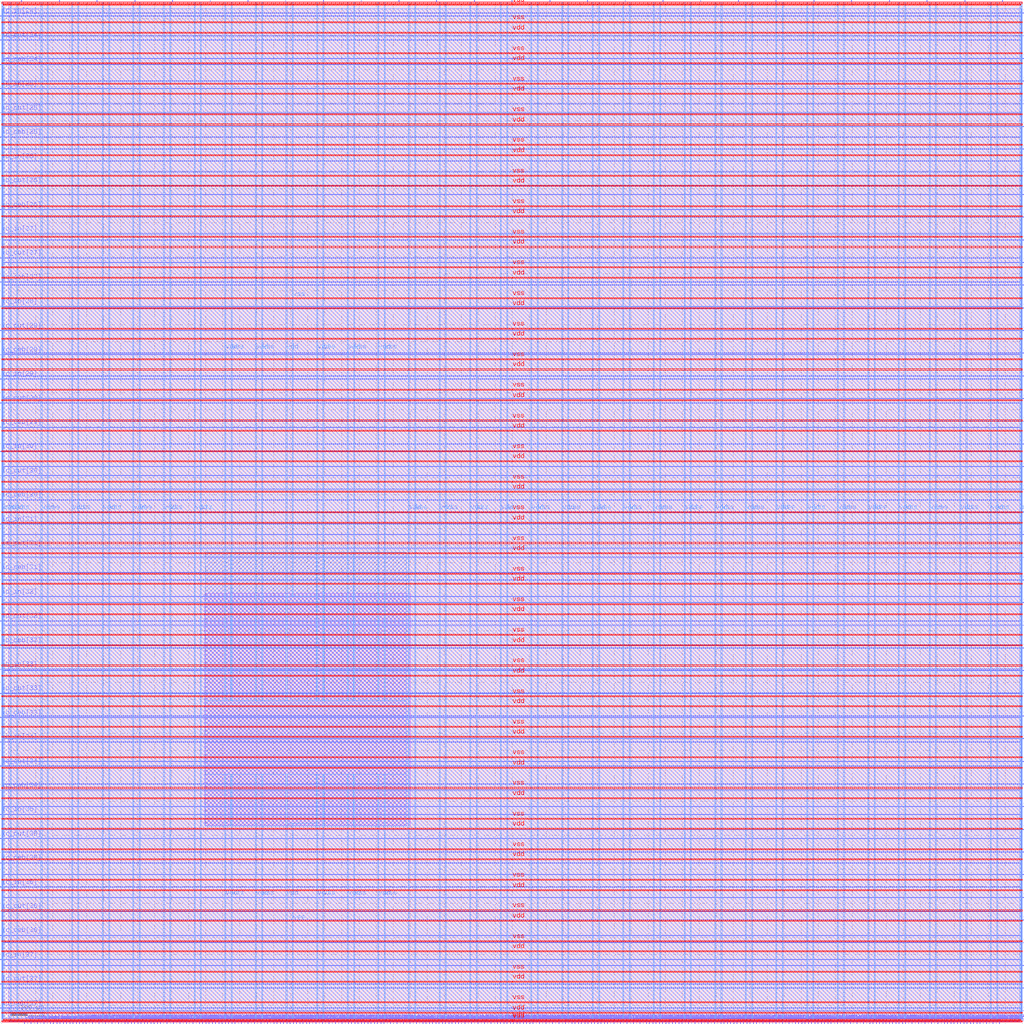
<source format=lef>
VERSION 5.7 ;
  NOWIREEXTENSIONATPIN ON ;
  DIVIDERCHAR "/" ;
  BUSBITCHARS "[]" ;
MACRO user_project_wrapper
  CLASS BLOCK ;
  FOREIGN user_project_wrapper ;
  ORIGIN 0.000 0.000 ;
  SIZE 3000.000 BY 3000.000 ;
  PIN io_in[0]
    DIRECTION INPUT ;
    USE SIGNAL ;
    PORT
      LAYER Metal3 ;
        RECT 2997.600 33.320 3004.800 34.440 ;
    END
  END io_in[0]
  PIN io_in[10]
    DIRECTION INPUT ;
    USE SIGNAL ;
    PORT
      LAYER Metal3 ;
        RECT 2997.600 2032.520 3004.800 2033.640 ;
    END
  END io_in[10]
  PIN io_in[11]
    DIRECTION INPUT ;
    USE SIGNAL ;
    PORT
      LAYER Metal3 ;
        RECT 2997.600 2232.440 3004.800 2233.560 ;
    END
  END io_in[11]
  PIN io_in[12]
    DIRECTION INPUT ;
    USE SIGNAL ;
    PORT
      LAYER Metal3 ;
        RECT 2997.600 2432.360 3004.800 2433.480 ;
    END
  END io_in[12]
  PIN io_in[13]
    DIRECTION INPUT ;
    USE SIGNAL ;
    PORT
      LAYER Metal3 ;
        RECT 2997.600 2632.280 3004.800 2633.400 ;
    END
  END io_in[13]
  PIN io_in[14]
    DIRECTION INPUT ;
    USE SIGNAL ;
    PORT
      LAYER Metal3 ;
        RECT 2997.600 2832.200 3004.800 2833.320 ;
    END
  END io_in[14]
  PIN io_in[15]
    DIRECTION INPUT ;
    USE SIGNAL ;
    PORT
      LAYER Metal2 ;
        RECT 2940.840 2997.600 2941.960 3004.800 ;
    END
  END io_in[15]
  PIN io_in[16]
    DIRECTION INPUT ;
    USE SIGNAL ;
    PORT
      LAYER Metal2 ;
        RECT 2608.200 2997.600 2609.320 3004.800 ;
    END
  END io_in[16]
  PIN io_in[17]
    DIRECTION INPUT ;
    USE SIGNAL ;
    PORT
      LAYER Metal2 ;
        RECT 2275.560 2997.600 2276.680 3004.800 ;
    END
  END io_in[17]
  PIN io_in[18]
    DIRECTION INPUT ;
    USE SIGNAL ;
    PORT
      LAYER Metal2 ;
        RECT 1942.920 2997.600 1944.040 3004.800 ;
    END
  END io_in[18]
  PIN io_in[19]
    DIRECTION INPUT ;
    USE SIGNAL ;
    PORT
      LAYER Metal2 ;
        RECT 1610.280 2997.600 1611.400 3004.800 ;
    END
  END io_in[19]
  PIN io_in[1]
    DIRECTION INPUT ;
    USE SIGNAL ;
    PORT
      LAYER Metal3 ;
        RECT 2997.600 233.240 3004.800 234.360 ;
    END
  END io_in[1]
  PIN io_in[20]
    DIRECTION INPUT ;
    USE SIGNAL ;
    PORT
      LAYER Metal2 ;
        RECT 1277.640 2997.600 1278.760 3004.800 ;
    END
  END io_in[20]
  PIN io_in[21]
    DIRECTION INPUT ;
    USE SIGNAL ;
    PORT
      LAYER Metal2 ;
        RECT 945.000 2997.600 946.120 3004.800 ;
    END
  END io_in[21]
  PIN io_in[22]
    DIRECTION INPUT ;
    USE SIGNAL ;
    PORT
      LAYER Metal2 ;
        RECT 612.360 2997.600 613.480 3004.800 ;
    END
  END io_in[22]
  PIN io_in[23]
    DIRECTION INPUT ;
    USE SIGNAL ;
    PORT
      LAYER Metal2 ;
        RECT 279.720 2997.600 280.840 3004.800 ;
    END
  END io_in[23]
  PIN io_in[24]
    DIRECTION INPUT ;
    USE SIGNAL ;
    PORT
      LAYER Metal3 ;
        RECT -4.800 2957.080 2.400 2958.200 ;
    END
  END io_in[24]
  PIN io_in[25]
    DIRECTION INPUT ;
    USE SIGNAL ;
    PORT
      LAYER Metal3 ;
        RECT -4.800 2743.720 2.400 2744.840 ;
    END
  END io_in[25]
  PIN io_in[26]
    DIRECTION INPUT ;
    USE SIGNAL ;
    PORT
      LAYER Metal3 ;
        RECT -4.800 2530.360 2.400 2531.480 ;
    END
  END io_in[26]
  PIN io_in[27]
    DIRECTION INPUT ;
    USE SIGNAL ;
    PORT
      LAYER Metal3 ;
        RECT -4.800 2317.000 2.400 2318.120 ;
    END
  END io_in[27]
  PIN io_in[28]
    DIRECTION INPUT ;
    USE SIGNAL ;
    PORT
      LAYER Metal3 ;
        RECT -4.800 2103.640 2.400 2104.760 ;
    END
  END io_in[28]
  PIN io_in[29]
    DIRECTION INPUT ;
    USE SIGNAL ;
    PORT
      LAYER Metal3 ;
        RECT -4.800 1890.280 2.400 1891.400 ;
    END
  END io_in[29]
  PIN io_in[2]
    DIRECTION INPUT ;
    USE SIGNAL ;
    PORT
      LAYER Metal3 ;
        RECT 2997.600 433.160 3004.800 434.280 ;
    END
  END io_in[2]
  PIN io_in[30]
    DIRECTION INPUT ;
    USE SIGNAL ;
    PORT
      LAYER Metal3 ;
        RECT -4.800 1676.920 2.400 1678.040 ;
    END
  END io_in[30]
  PIN io_in[31]
    DIRECTION INPUT ;
    USE SIGNAL ;
    PORT
      LAYER Metal3 ;
        RECT -4.800 1463.560 2.400 1464.680 ;
    END
  END io_in[31]
  PIN io_in[32]
    DIRECTION INPUT ;
    USE SIGNAL ;
    PORT
      LAYER Metal3 ;
        RECT -4.800 1250.200 2.400 1251.320 ;
    END
  END io_in[32]
  PIN io_in[33]
    DIRECTION INPUT ;
    USE SIGNAL ;
    PORT
      LAYER Metal3 ;
        RECT -4.800 1036.840 2.400 1037.960 ;
    END
  END io_in[33]
  PIN io_in[34]
    DIRECTION INPUT ;
    USE SIGNAL ;
    PORT
      LAYER Metal3 ;
        RECT -4.800 823.480 2.400 824.600 ;
    END
  END io_in[34]
  PIN io_in[35]
    DIRECTION INPUT ;
    USE SIGNAL ;
    PORT
      LAYER Metal3 ;
        RECT -4.800 610.120 2.400 611.240 ;
    END
  END io_in[35]
  PIN io_in[36]
    DIRECTION INPUT ;
    USE SIGNAL ;
    PORT
      LAYER Metal3 ;
        RECT -4.800 396.760 2.400 397.880 ;
    END
  END io_in[36]
  PIN io_in[37]
    DIRECTION INPUT ;
    USE SIGNAL ;
    PORT
      LAYER Metal3 ;
        RECT -4.800 183.400 2.400 184.520 ;
    END
  END io_in[37]
  PIN io_in[3]
    DIRECTION INPUT ;
    USE SIGNAL ;
    PORT
      LAYER Metal3 ;
        RECT 2997.600 633.080 3004.800 634.200 ;
    END
  END io_in[3]
  PIN io_in[4]
    DIRECTION INPUT ;
    USE SIGNAL ;
    PORT
      LAYER Metal3 ;
        RECT 2997.600 833.000 3004.800 834.120 ;
    END
  END io_in[4]
  PIN io_in[5]
    DIRECTION INPUT ;
    USE SIGNAL ;
    PORT
      LAYER Metal3 ;
        RECT 2997.600 1032.920 3004.800 1034.040 ;
    END
  END io_in[5]
  PIN io_in[6]
    DIRECTION INPUT ;
    USE SIGNAL ;
    PORT
      LAYER Metal3 ;
        RECT 2997.600 1232.840 3004.800 1233.960 ;
    END
  END io_in[6]
  PIN io_in[7]
    DIRECTION INPUT ;
    USE SIGNAL ;
    PORT
      LAYER Metal3 ;
        RECT 2997.600 1432.760 3004.800 1433.880 ;
    END
  END io_in[7]
  PIN io_in[8]
    DIRECTION INPUT ;
    USE SIGNAL ;
    PORT
      LAYER Metal3 ;
        RECT 2997.600 1632.680 3004.800 1633.800 ;
    END
  END io_in[8]
  PIN io_in[9]
    DIRECTION INPUT ;
    USE SIGNAL ;
    PORT
      LAYER Metal3 ;
        RECT 2997.600 1832.600 3004.800 1833.720 ;
    END
  END io_in[9]
  PIN io_oeb[0]
    DIRECTION OUTPUT TRISTATE ;
    USE SIGNAL ;
    PORT
      LAYER Metal3 ;
        RECT 2997.600 166.600 3004.800 167.720 ;
    END
  END io_oeb[0]
  PIN io_oeb[10]
    DIRECTION OUTPUT TRISTATE ;
    USE SIGNAL ;
    PORT
      LAYER Metal3 ;
        RECT 2997.600 2165.800 3004.800 2166.920 ;
    END
  END io_oeb[10]
  PIN io_oeb[11]
    DIRECTION OUTPUT TRISTATE ;
    USE SIGNAL ;
    PORT
      LAYER Metal3 ;
        RECT 2997.600 2365.720 3004.800 2366.840 ;
    END
  END io_oeb[11]
  PIN io_oeb[12]
    DIRECTION OUTPUT TRISTATE ;
    USE SIGNAL ;
    PORT
      LAYER Metal3 ;
        RECT 2997.600 2565.640 3004.800 2566.760 ;
    END
  END io_oeb[12]
  PIN io_oeb[13]
    DIRECTION OUTPUT TRISTATE ;
    USE SIGNAL ;
    PORT
      LAYER Metal3 ;
        RECT 2997.600 2765.560 3004.800 2766.680 ;
    END
  END io_oeb[13]
  PIN io_oeb[14]
    DIRECTION OUTPUT TRISTATE ;
    USE SIGNAL ;
    PORT
      LAYER Metal3 ;
        RECT 2997.600 2965.480 3004.800 2966.600 ;
    END
  END io_oeb[14]
  PIN io_oeb[15]
    DIRECTION OUTPUT TRISTATE ;
    USE SIGNAL ;
    PORT
      LAYER Metal2 ;
        RECT 2719.080 2997.600 2720.200 3004.800 ;
    END
  END io_oeb[15]
  PIN io_oeb[16]
    DIRECTION OUTPUT TRISTATE ;
    USE SIGNAL ;
    PORT
      LAYER Metal2 ;
        RECT 2386.440 2997.600 2387.560 3004.800 ;
    END
  END io_oeb[16]
  PIN io_oeb[17]
    DIRECTION OUTPUT TRISTATE ;
    USE SIGNAL ;
    PORT
      LAYER Metal2 ;
        RECT 2053.800 2997.600 2054.920 3004.800 ;
    END
  END io_oeb[17]
  PIN io_oeb[18]
    DIRECTION OUTPUT TRISTATE ;
    USE SIGNAL ;
    PORT
      LAYER Metal2 ;
        RECT 1721.160 2997.600 1722.280 3004.800 ;
    END
  END io_oeb[18]
  PIN io_oeb[19]
    DIRECTION OUTPUT TRISTATE ;
    USE SIGNAL ;
    PORT
      LAYER Metal2 ;
        RECT 1388.520 2997.600 1389.640 3004.800 ;
    END
  END io_oeb[19]
  PIN io_oeb[1]
    DIRECTION OUTPUT TRISTATE ;
    USE SIGNAL ;
    PORT
      LAYER Metal3 ;
        RECT 2997.600 366.520 3004.800 367.640 ;
    END
  END io_oeb[1]
  PIN io_oeb[20]
    DIRECTION OUTPUT TRISTATE ;
    USE SIGNAL ;
    PORT
      LAYER Metal2 ;
        RECT 1055.880 2997.600 1057.000 3004.800 ;
    END
  END io_oeb[20]
  PIN io_oeb[21]
    DIRECTION OUTPUT TRISTATE ;
    USE SIGNAL ;
    PORT
      LAYER Metal2 ;
        RECT 723.240 2997.600 724.360 3004.800 ;
    END
  END io_oeb[21]
  PIN io_oeb[22]
    DIRECTION OUTPUT TRISTATE ;
    USE SIGNAL ;
    PORT
      LAYER Metal2 ;
        RECT 390.600 2997.600 391.720 3004.800 ;
    END
  END io_oeb[22]
  PIN io_oeb[23]
    DIRECTION OUTPUT TRISTATE ;
    USE SIGNAL ;
    PORT
      LAYER Metal2 ;
        RECT 57.960 2997.600 59.080 3004.800 ;
    END
  END io_oeb[23]
  PIN io_oeb[24]
    DIRECTION OUTPUT TRISTATE ;
    USE SIGNAL ;
    PORT
      LAYER Metal3 ;
        RECT -4.800 2814.840 2.400 2815.960 ;
    END
  END io_oeb[24]
  PIN io_oeb[25]
    DIRECTION OUTPUT TRISTATE ;
    USE SIGNAL ;
    PORT
      LAYER Metal3 ;
        RECT -4.800 2601.480 2.400 2602.600 ;
    END
  END io_oeb[25]
  PIN io_oeb[26]
    DIRECTION OUTPUT TRISTATE ;
    USE SIGNAL ;
    PORT
      LAYER Metal3 ;
        RECT -4.800 2388.120 2.400 2389.240 ;
    END
  END io_oeb[26]
  PIN io_oeb[27]
    DIRECTION OUTPUT TRISTATE ;
    USE SIGNAL ;
    PORT
      LAYER Metal3 ;
        RECT -4.800 2174.760 2.400 2175.880 ;
    END
  END io_oeb[27]
  PIN io_oeb[28]
    DIRECTION OUTPUT TRISTATE ;
    USE SIGNAL ;
    PORT
      LAYER Metal3 ;
        RECT -4.800 1961.400 2.400 1962.520 ;
    END
  END io_oeb[28]
  PIN io_oeb[29]
    DIRECTION OUTPUT TRISTATE ;
    USE SIGNAL ;
    PORT
      LAYER Metal3 ;
        RECT -4.800 1748.040 2.400 1749.160 ;
    END
  END io_oeb[29]
  PIN io_oeb[2]
    DIRECTION OUTPUT TRISTATE ;
    USE SIGNAL ;
    PORT
      LAYER Metal3 ;
        RECT 2997.600 566.440 3004.800 567.560 ;
    END
  END io_oeb[2]
  PIN io_oeb[30]
    DIRECTION OUTPUT TRISTATE ;
    USE SIGNAL ;
    PORT
      LAYER Metal3 ;
        RECT -4.800 1534.680 2.400 1535.800 ;
    END
  END io_oeb[30]
  PIN io_oeb[31]
    DIRECTION OUTPUT TRISTATE ;
    USE SIGNAL ;
    PORT
      LAYER Metal3 ;
        RECT -4.800 1321.320 2.400 1322.440 ;
    END
  END io_oeb[31]
  PIN io_oeb[32]
    DIRECTION OUTPUT TRISTATE ;
    USE SIGNAL ;
    PORT
      LAYER Metal3 ;
        RECT -4.800 1107.960 2.400 1109.080 ;
    END
  END io_oeb[32]
  PIN io_oeb[33]
    DIRECTION OUTPUT TRISTATE ;
    USE SIGNAL ;
    PORT
      LAYER Metal3 ;
        RECT -4.800 894.600 2.400 895.720 ;
    END
  END io_oeb[33]
  PIN io_oeb[34]
    DIRECTION OUTPUT TRISTATE ;
    USE SIGNAL ;
    PORT
      LAYER Metal3 ;
        RECT -4.800 681.240 2.400 682.360 ;
    END
  END io_oeb[34]
  PIN io_oeb[35]
    DIRECTION OUTPUT TRISTATE ;
    USE SIGNAL ;
    PORT
      LAYER Metal3 ;
        RECT -4.800 467.880 2.400 469.000 ;
    END
  END io_oeb[35]
  PIN io_oeb[36]
    DIRECTION OUTPUT TRISTATE ;
    USE SIGNAL ;
    PORT
      LAYER Metal3 ;
        RECT -4.800 254.520 2.400 255.640 ;
    END
  END io_oeb[36]
  PIN io_oeb[37]
    DIRECTION OUTPUT TRISTATE ;
    USE SIGNAL ;
    PORT
      LAYER Metal3 ;
        RECT -4.800 41.160 2.400 42.280 ;
    END
  END io_oeb[37]
  PIN io_oeb[3]
    DIRECTION OUTPUT TRISTATE ;
    USE SIGNAL ;
    PORT
      LAYER Metal3 ;
        RECT 2997.600 766.360 3004.800 767.480 ;
    END
  END io_oeb[3]
  PIN io_oeb[4]
    DIRECTION OUTPUT TRISTATE ;
    USE SIGNAL ;
    PORT
      LAYER Metal3 ;
        RECT 2997.600 966.280 3004.800 967.400 ;
    END
  END io_oeb[4]
  PIN io_oeb[5]
    DIRECTION OUTPUT TRISTATE ;
    USE SIGNAL ;
    PORT
      LAYER Metal3 ;
        RECT 2997.600 1166.200 3004.800 1167.320 ;
    END
  END io_oeb[5]
  PIN io_oeb[6]
    DIRECTION OUTPUT TRISTATE ;
    USE SIGNAL ;
    PORT
      LAYER Metal3 ;
        RECT 2997.600 1366.120 3004.800 1367.240 ;
    END
  END io_oeb[6]
  PIN io_oeb[7]
    DIRECTION OUTPUT TRISTATE ;
    USE SIGNAL ;
    PORT
      LAYER Metal3 ;
        RECT 2997.600 1566.040 3004.800 1567.160 ;
    END
  END io_oeb[7]
  PIN io_oeb[8]
    DIRECTION OUTPUT TRISTATE ;
    USE SIGNAL ;
    PORT
      LAYER Metal3 ;
        RECT 2997.600 1765.960 3004.800 1767.080 ;
    END
  END io_oeb[8]
  PIN io_oeb[9]
    DIRECTION OUTPUT TRISTATE ;
    USE SIGNAL ;
    PORT
      LAYER Metal3 ;
        RECT 2997.600 1965.880 3004.800 1967.000 ;
    END
  END io_oeb[9]
  PIN io_out[0]
    DIRECTION OUTPUT TRISTATE ;
    USE SIGNAL ;
    PORT
      LAYER Metal3 ;
        RECT 2997.600 99.960 3004.800 101.080 ;
    END
  END io_out[0]
  PIN io_out[10]
    DIRECTION OUTPUT TRISTATE ;
    USE SIGNAL ;
    PORT
      LAYER Metal3 ;
        RECT 2997.600 2099.160 3004.800 2100.280 ;
    END
  END io_out[10]
  PIN io_out[11]
    DIRECTION OUTPUT TRISTATE ;
    USE SIGNAL ;
    PORT
      LAYER Metal3 ;
        RECT 2997.600 2299.080 3004.800 2300.200 ;
    END
  END io_out[11]
  PIN io_out[12]
    DIRECTION OUTPUT TRISTATE ;
    USE SIGNAL ;
    PORT
      LAYER Metal3 ;
        RECT 2997.600 2499.000 3004.800 2500.120 ;
    END
  END io_out[12]
  PIN io_out[13]
    DIRECTION OUTPUT TRISTATE ;
    USE SIGNAL ;
    PORT
      LAYER Metal3 ;
        RECT 2997.600 2698.920 3004.800 2700.040 ;
    END
  END io_out[13]
  PIN io_out[14]
    DIRECTION OUTPUT TRISTATE ;
    USE SIGNAL ;
    PORT
      LAYER Metal3 ;
        RECT 2997.600 2898.840 3004.800 2899.960 ;
    END
  END io_out[14]
  PIN io_out[15]
    DIRECTION OUTPUT TRISTATE ;
    USE SIGNAL ;
    PORT
      LAYER Metal2 ;
        RECT 2829.960 2997.600 2831.080 3004.800 ;
    END
  END io_out[15]
  PIN io_out[16]
    DIRECTION OUTPUT TRISTATE ;
    USE SIGNAL ;
    PORT
      LAYER Metal2 ;
        RECT 2497.320 2997.600 2498.440 3004.800 ;
    END
  END io_out[16]
  PIN io_out[17]
    DIRECTION OUTPUT TRISTATE ;
    USE SIGNAL ;
    PORT
      LAYER Metal2 ;
        RECT 2164.680 2997.600 2165.800 3004.800 ;
    END
  END io_out[17]
  PIN io_out[18]
    DIRECTION OUTPUT TRISTATE ;
    USE SIGNAL ;
    PORT
      LAYER Metal2 ;
        RECT 1832.040 2997.600 1833.160 3004.800 ;
    END
  END io_out[18]
  PIN io_out[19]
    DIRECTION OUTPUT TRISTATE ;
    USE SIGNAL ;
    PORT
      LAYER Metal2 ;
        RECT 1499.400 2997.600 1500.520 3004.800 ;
    END
  END io_out[19]
  PIN io_out[1]
    DIRECTION OUTPUT TRISTATE ;
    USE SIGNAL ;
    PORT
      LAYER Metal3 ;
        RECT 2997.600 299.880 3004.800 301.000 ;
    END
  END io_out[1]
  PIN io_out[20]
    DIRECTION OUTPUT TRISTATE ;
    USE SIGNAL ;
    PORT
      LAYER Metal2 ;
        RECT 1166.760 2997.600 1167.880 3004.800 ;
    END
  END io_out[20]
  PIN io_out[21]
    DIRECTION OUTPUT TRISTATE ;
    USE SIGNAL ;
    PORT
      LAYER Metal2 ;
        RECT 834.120 2997.600 835.240 3004.800 ;
    END
  END io_out[21]
  PIN io_out[22]
    DIRECTION OUTPUT TRISTATE ;
    USE SIGNAL ;
    PORT
      LAYER Metal2 ;
        RECT 501.480 2997.600 502.600 3004.800 ;
    END
  END io_out[22]
  PIN io_out[23]
    DIRECTION OUTPUT TRISTATE ;
    USE SIGNAL ;
    PORT
      LAYER Metal2 ;
        RECT 168.840 2997.600 169.960 3004.800 ;
    END
  END io_out[23]
  PIN io_out[24]
    DIRECTION OUTPUT TRISTATE ;
    USE SIGNAL ;
    PORT
      LAYER Metal3 ;
        RECT -4.800 2885.960 2.400 2887.080 ;
    END
  END io_out[24]
  PIN io_out[25]
    DIRECTION OUTPUT TRISTATE ;
    USE SIGNAL ;
    PORT
      LAYER Metal3 ;
        RECT -4.800 2672.600 2.400 2673.720 ;
    END
  END io_out[25]
  PIN io_out[26]
    DIRECTION OUTPUT TRISTATE ;
    USE SIGNAL ;
    PORT
      LAYER Metal3 ;
        RECT -4.800 2459.240 2.400 2460.360 ;
    END
  END io_out[26]
  PIN io_out[27]
    DIRECTION OUTPUT TRISTATE ;
    USE SIGNAL ;
    PORT
      LAYER Metal3 ;
        RECT -4.800 2245.880 2.400 2247.000 ;
    END
  END io_out[27]
  PIN io_out[28]
    DIRECTION OUTPUT TRISTATE ;
    USE SIGNAL ;
    PORT
      LAYER Metal3 ;
        RECT -4.800 2032.520 2.400 2033.640 ;
    END
  END io_out[28]
  PIN io_out[29]
    DIRECTION OUTPUT TRISTATE ;
    USE SIGNAL ;
    PORT
      LAYER Metal3 ;
        RECT -4.800 1819.160 2.400 1820.280 ;
    END
  END io_out[29]
  PIN io_out[2]
    DIRECTION OUTPUT TRISTATE ;
    USE SIGNAL ;
    PORT
      LAYER Metal3 ;
        RECT 2997.600 499.800 3004.800 500.920 ;
    END
  END io_out[2]
  PIN io_out[30]
    DIRECTION OUTPUT TRISTATE ;
    USE SIGNAL ;
    PORT
      LAYER Metal3 ;
        RECT -4.800 1605.800 2.400 1606.920 ;
    END
  END io_out[30]
  PIN io_out[31]
    DIRECTION OUTPUT TRISTATE ;
    USE SIGNAL ;
    PORT
      LAYER Metal3 ;
        RECT -4.800 1392.440 2.400 1393.560 ;
    END
  END io_out[31]
  PIN io_out[32]
    DIRECTION OUTPUT TRISTATE ;
    USE SIGNAL ;
    PORT
      LAYER Metal3 ;
        RECT -4.800 1179.080 2.400 1180.200 ;
    END
  END io_out[32]
  PIN io_out[33]
    DIRECTION OUTPUT TRISTATE ;
    USE SIGNAL ;
    PORT
      LAYER Metal3 ;
        RECT -4.800 965.720 2.400 966.840 ;
    END
  END io_out[33]
  PIN io_out[34]
    DIRECTION OUTPUT TRISTATE ;
    USE SIGNAL ;
    PORT
      LAYER Metal3 ;
        RECT -4.800 752.360 2.400 753.480 ;
    END
  END io_out[34]
  PIN io_out[35]
    DIRECTION OUTPUT TRISTATE ;
    USE SIGNAL ;
    PORT
      LAYER Metal3 ;
        RECT -4.800 539.000 2.400 540.120 ;
    END
  END io_out[35]
  PIN io_out[36]
    DIRECTION OUTPUT TRISTATE ;
    USE SIGNAL ;
    PORT
      LAYER Metal3 ;
        RECT -4.800 325.640 2.400 326.760 ;
    END
  END io_out[36]
  PIN io_out[37]
    DIRECTION OUTPUT TRISTATE ;
    USE SIGNAL ;
    PORT
      LAYER Metal3 ;
        RECT -4.800 112.280 2.400 113.400 ;
    END
  END io_out[37]
  PIN io_out[3]
    DIRECTION OUTPUT TRISTATE ;
    USE SIGNAL ;
    PORT
      LAYER Metal3 ;
        RECT 2997.600 699.720 3004.800 700.840 ;
    END
  END io_out[3]
  PIN io_out[4]
    DIRECTION OUTPUT TRISTATE ;
    USE SIGNAL ;
    PORT
      LAYER Metal3 ;
        RECT 2997.600 899.640 3004.800 900.760 ;
    END
  END io_out[4]
  PIN io_out[5]
    DIRECTION OUTPUT TRISTATE ;
    USE SIGNAL ;
    PORT
      LAYER Metal3 ;
        RECT 2997.600 1099.560 3004.800 1100.680 ;
    END
  END io_out[5]
  PIN io_out[6]
    DIRECTION OUTPUT TRISTATE ;
    USE SIGNAL ;
    PORT
      LAYER Metal3 ;
        RECT 2997.600 1299.480 3004.800 1300.600 ;
    END
  END io_out[6]
  PIN io_out[7]
    DIRECTION OUTPUT TRISTATE ;
    USE SIGNAL ;
    PORT
      LAYER Metal3 ;
        RECT 2997.600 1499.400 3004.800 1500.520 ;
    END
  END io_out[7]
  PIN io_out[8]
    DIRECTION OUTPUT TRISTATE ;
    USE SIGNAL ;
    PORT
      LAYER Metal3 ;
        RECT 2997.600 1699.320 3004.800 1700.440 ;
    END
  END io_out[8]
  PIN io_out[9]
    DIRECTION OUTPUT TRISTATE ;
    USE SIGNAL ;
    PORT
      LAYER Metal3 ;
        RECT 2997.600 1899.240 3004.800 1900.360 ;
    END
  END io_out[9]
  PIN la_data_in[0]
    DIRECTION INPUT ;
    USE SIGNAL ;
    PORT
      LAYER Metal2 ;
        RECT 1075.480 -4.800 1076.600 2.400 ;
    END
  END la_data_in[0]
  PIN la_data_in[10]
    DIRECTION INPUT ;
    USE SIGNAL ;
    PORT
      LAYER Metal2 ;
        RECT 1361.080 -4.800 1362.200 2.400 ;
    END
  END la_data_in[10]
  PIN la_data_in[11]
    DIRECTION INPUT ;
    USE SIGNAL ;
    PORT
      LAYER Metal2 ;
        RECT 1389.640 -4.800 1390.760 2.400 ;
    END
  END la_data_in[11]
  PIN la_data_in[12]
    DIRECTION INPUT ;
    USE SIGNAL ;
    PORT
      LAYER Metal2 ;
        RECT 1418.200 -4.800 1419.320 2.400 ;
    END
  END la_data_in[12]
  PIN la_data_in[13]
    DIRECTION INPUT ;
    USE SIGNAL ;
    PORT
      LAYER Metal2 ;
        RECT 1446.760 -4.800 1447.880 2.400 ;
    END
  END la_data_in[13]
  PIN la_data_in[14]
    DIRECTION INPUT ;
    USE SIGNAL ;
    PORT
      LAYER Metal2 ;
        RECT 1475.320 -4.800 1476.440 2.400 ;
    END
  END la_data_in[14]
  PIN la_data_in[15]
    DIRECTION INPUT ;
    USE SIGNAL ;
    PORT
      LAYER Metal2 ;
        RECT 1503.880 -4.800 1505.000 2.400 ;
    END
  END la_data_in[15]
  PIN la_data_in[16]
    DIRECTION INPUT ;
    USE SIGNAL ;
    PORT
      LAYER Metal2 ;
        RECT 1532.440 -4.800 1533.560 2.400 ;
    END
  END la_data_in[16]
  PIN la_data_in[17]
    DIRECTION INPUT ;
    USE SIGNAL ;
    PORT
      LAYER Metal2 ;
        RECT 1561.000 -4.800 1562.120 2.400 ;
    END
  END la_data_in[17]
  PIN la_data_in[18]
    DIRECTION INPUT ;
    USE SIGNAL ;
    PORT
      LAYER Metal2 ;
        RECT 1589.560 -4.800 1590.680 2.400 ;
    END
  END la_data_in[18]
  PIN la_data_in[19]
    DIRECTION INPUT ;
    USE SIGNAL ;
    PORT
      LAYER Metal2 ;
        RECT 1618.120 -4.800 1619.240 2.400 ;
    END
  END la_data_in[19]
  PIN la_data_in[1]
    DIRECTION INPUT ;
    USE SIGNAL ;
    PORT
      LAYER Metal2 ;
        RECT 1104.040 -4.800 1105.160 2.400 ;
    END
  END la_data_in[1]
  PIN la_data_in[20]
    DIRECTION INPUT ;
    USE SIGNAL ;
    PORT
      LAYER Metal2 ;
        RECT 1646.680 -4.800 1647.800 2.400 ;
    END
  END la_data_in[20]
  PIN la_data_in[21]
    DIRECTION INPUT ;
    USE SIGNAL ;
    PORT
      LAYER Metal2 ;
        RECT 1675.240 -4.800 1676.360 2.400 ;
    END
  END la_data_in[21]
  PIN la_data_in[22]
    DIRECTION INPUT ;
    USE SIGNAL ;
    PORT
      LAYER Metal2 ;
        RECT 1703.800 -4.800 1704.920 2.400 ;
    END
  END la_data_in[22]
  PIN la_data_in[23]
    DIRECTION INPUT ;
    USE SIGNAL ;
    PORT
      LAYER Metal2 ;
        RECT 1732.360 -4.800 1733.480 2.400 ;
    END
  END la_data_in[23]
  PIN la_data_in[24]
    DIRECTION INPUT ;
    USE SIGNAL ;
    PORT
      LAYER Metal2 ;
        RECT 1760.920 -4.800 1762.040 2.400 ;
    END
  END la_data_in[24]
  PIN la_data_in[25]
    DIRECTION INPUT ;
    USE SIGNAL ;
    PORT
      LAYER Metal2 ;
        RECT 1789.480 -4.800 1790.600 2.400 ;
    END
  END la_data_in[25]
  PIN la_data_in[26]
    DIRECTION INPUT ;
    USE SIGNAL ;
    PORT
      LAYER Metal2 ;
        RECT 1818.040 -4.800 1819.160 2.400 ;
    END
  END la_data_in[26]
  PIN la_data_in[27]
    DIRECTION INPUT ;
    USE SIGNAL ;
    PORT
      LAYER Metal2 ;
        RECT 1846.600 -4.800 1847.720 2.400 ;
    END
  END la_data_in[27]
  PIN la_data_in[28]
    DIRECTION INPUT ;
    USE SIGNAL ;
    PORT
      LAYER Metal2 ;
        RECT 1875.160 -4.800 1876.280 2.400 ;
    END
  END la_data_in[28]
  PIN la_data_in[29]
    DIRECTION INPUT ;
    USE SIGNAL ;
    PORT
      LAYER Metal2 ;
        RECT 1903.720 -4.800 1904.840 2.400 ;
    END
  END la_data_in[29]
  PIN la_data_in[2]
    DIRECTION INPUT ;
    USE SIGNAL ;
    PORT
      LAYER Metal2 ;
        RECT 1132.600 -4.800 1133.720 2.400 ;
    END
  END la_data_in[2]
  PIN la_data_in[30]
    DIRECTION INPUT ;
    USE SIGNAL ;
    PORT
      LAYER Metal2 ;
        RECT 1932.280 -4.800 1933.400 2.400 ;
    END
  END la_data_in[30]
  PIN la_data_in[31]
    DIRECTION INPUT ;
    USE SIGNAL ;
    PORT
      LAYER Metal2 ;
        RECT 1960.840 -4.800 1961.960 2.400 ;
    END
  END la_data_in[31]
  PIN la_data_in[32]
    DIRECTION INPUT ;
    USE SIGNAL ;
    PORT
      LAYER Metal2 ;
        RECT 1989.400 -4.800 1990.520 2.400 ;
    END
  END la_data_in[32]
  PIN la_data_in[33]
    DIRECTION INPUT ;
    USE SIGNAL ;
    PORT
      LAYER Metal2 ;
        RECT 2017.960 -4.800 2019.080 2.400 ;
    END
  END la_data_in[33]
  PIN la_data_in[34]
    DIRECTION INPUT ;
    USE SIGNAL ;
    PORT
      LAYER Metal2 ;
        RECT 2046.520 -4.800 2047.640 2.400 ;
    END
  END la_data_in[34]
  PIN la_data_in[35]
    DIRECTION INPUT ;
    USE SIGNAL ;
    PORT
      LAYER Metal2 ;
        RECT 2075.080 -4.800 2076.200 2.400 ;
    END
  END la_data_in[35]
  PIN la_data_in[36]
    DIRECTION INPUT ;
    USE SIGNAL ;
    PORT
      LAYER Metal2 ;
        RECT 2103.640 -4.800 2104.760 2.400 ;
    END
  END la_data_in[36]
  PIN la_data_in[37]
    DIRECTION INPUT ;
    USE SIGNAL ;
    PORT
      LAYER Metal2 ;
        RECT 2132.200 -4.800 2133.320 2.400 ;
    END
  END la_data_in[37]
  PIN la_data_in[38]
    DIRECTION INPUT ;
    USE SIGNAL ;
    PORT
      LAYER Metal2 ;
        RECT 2160.760 -4.800 2161.880 2.400 ;
    END
  END la_data_in[38]
  PIN la_data_in[39]
    DIRECTION INPUT ;
    USE SIGNAL ;
    PORT
      LAYER Metal2 ;
        RECT 2189.320 -4.800 2190.440 2.400 ;
    END
  END la_data_in[39]
  PIN la_data_in[3]
    DIRECTION INPUT ;
    USE SIGNAL ;
    PORT
      LAYER Metal2 ;
        RECT 1161.160 -4.800 1162.280 2.400 ;
    END
  END la_data_in[3]
  PIN la_data_in[40]
    DIRECTION INPUT ;
    USE SIGNAL ;
    PORT
      LAYER Metal2 ;
        RECT 2217.880 -4.800 2219.000 2.400 ;
    END
  END la_data_in[40]
  PIN la_data_in[41]
    DIRECTION INPUT ;
    USE SIGNAL ;
    PORT
      LAYER Metal2 ;
        RECT 2246.440 -4.800 2247.560 2.400 ;
    END
  END la_data_in[41]
  PIN la_data_in[42]
    DIRECTION INPUT ;
    USE SIGNAL ;
    PORT
      LAYER Metal2 ;
        RECT 2275.000 -4.800 2276.120 2.400 ;
    END
  END la_data_in[42]
  PIN la_data_in[43]
    DIRECTION INPUT ;
    USE SIGNAL ;
    PORT
      LAYER Metal2 ;
        RECT 2303.560 -4.800 2304.680 2.400 ;
    END
  END la_data_in[43]
  PIN la_data_in[44]
    DIRECTION INPUT ;
    USE SIGNAL ;
    PORT
      LAYER Metal2 ;
        RECT 2332.120 -4.800 2333.240 2.400 ;
    END
  END la_data_in[44]
  PIN la_data_in[45]
    DIRECTION INPUT ;
    USE SIGNAL ;
    PORT
      LAYER Metal2 ;
        RECT 2360.680 -4.800 2361.800 2.400 ;
    END
  END la_data_in[45]
  PIN la_data_in[46]
    DIRECTION INPUT ;
    USE SIGNAL ;
    PORT
      LAYER Metal2 ;
        RECT 2389.240 -4.800 2390.360 2.400 ;
    END
  END la_data_in[46]
  PIN la_data_in[47]
    DIRECTION INPUT ;
    USE SIGNAL ;
    PORT
      LAYER Metal2 ;
        RECT 2417.800 -4.800 2418.920 2.400 ;
    END
  END la_data_in[47]
  PIN la_data_in[48]
    DIRECTION INPUT ;
    USE SIGNAL ;
    PORT
      LAYER Metal2 ;
        RECT 2446.360 -4.800 2447.480 2.400 ;
    END
  END la_data_in[48]
  PIN la_data_in[49]
    DIRECTION INPUT ;
    USE SIGNAL ;
    PORT
      LAYER Metal2 ;
        RECT 2474.920 -4.800 2476.040 2.400 ;
    END
  END la_data_in[49]
  PIN la_data_in[4]
    DIRECTION INPUT ;
    USE SIGNAL ;
    PORT
      LAYER Metal2 ;
        RECT 1189.720 -4.800 1190.840 2.400 ;
    END
  END la_data_in[4]
  PIN la_data_in[50]
    DIRECTION INPUT ;
    USE SIGNAL ;
    PORT
      LAYER Metal2 ;
        RECT 2503.480 -4.800 2504.600 2.400 ;
    END
  END la_data_in[50]
  PIN la_data_in[51]
    DIRECTION INPUT ;
    USE SIGNAL ;
    PORT
      LAYER Metal2 ;
        RECT 2532.040 -4.800 2533.160 2.400 ;
    END
  END la_data_in[51]
  PIN la_data_in[52]
    DIRECTION INPUT ;
    USE SIGNAL ;
    PORT
      LAYER Metal2 ;
        RECT 2560.600 -4.800 2561.720 2.400 ;
    END
  END la_data_in[52]
  PIN la_data_in[53]
    DIRECTION INPUT ;
    USE SIGNAL ;
    PORT
      LAYER Metal2 ;
        RECT 2589.160 -4.800 2590.280 2.400 ;
    END
  END la_data_in[53]
  PIN la_data_in[54]
    DIRECTION INPUT ;
    USE SIGNAL ;
    PORT
      LAYER Metal2 ;
        RECT 2617.720 -4.800 2618.840 2.400 ;
    END
  END la_data_in[54]
  PIN la_data_in[55]
    DIRECTION INPUT ;
    USE SIGNAL ;
    PORT
      LAYER Metal2 ;
        RECT 2646.280 -4.800 2647.400 2.400 ;
    END
  END la_data_in[55]
  PIN la_data_in[56]
    DIRECTION INPUT ;
    USE SIGNAL ;
    PORT
      LAYER Metal2 ;
        RECT 2674.840 -4.800 2675.960 2.400 ;
    END
  END la_data_in[56]
  PIN la_data_in[57]
    DIRECTION INPUT ;
    USE SIGNAL ;
    PORT
      LAYER Metal2 ;
        RECT 2703.400 -4.800 2704.520 2.400 ;
    END
  END la_data_in[57]
  PIN la_data_in[58]
    DIRECTION INPUT ;
    USE SIGNAL ;
    PORT
      LAYER Metal2 ;
        RECT 2731.960 -4.800 2733.080 2.400 ;
    END
  END la_data_in[58]
  PIN la_data_in[59]
    DIRECTION INPUT ;
    USE SIGNAL ;
    PORT
      LAYER Metal2 ;
        RECT 2760.520 -4.800 2761.640 2.400 ;
    END
  END la_data_in[59]
  PIN la_data_in[5]
    DIRECTION INPUT ;
    USE SIGNAL ;
    PORT
      LAYER Metal2 ;
        RECT 1218.280 -4.800 1219.400 2.400 ;
    END
  END la_data_in[5]
  PIN la_data_in[60]
    DIRECTION INPUT ;
    USE SIGNAL ;
    PORT
      LAYER Metal2 ;
        RECT 2789.080 -4.800 2790.200 2.400 ;
    END
  END la_data_in[60]
  PIN la_data_in[61]
    DIRECTION INPUT ;
    USE SIGNAL ;
    PORT
      LAYER Metal2 ;
        RECT 2817.640 -4.800 2818.760 2.400 ;
    END
  END la_data_in[61]
  PIN la_data_in[62]
    DIRECTION INPUT ;
    USE SIGNAL ;
    PORT
      LAYER Metal2 ;
        RECT 2846.200 -4.800 2847.320 2.400 ;
    END
  END la_data_in[62]
  PIN la_data_in[63]
    DIRECTION INPUT ;
    USE SIGNAL ;
    PORT
      LAYER Metal2 ;
        RECT 2874.760 -4.800 2875.880 2.400 ;
    END
  END la_data_in[63]
  PIN la_data_in[6]
    DIRECTION INPUT ;
    USE SIGNAL ;
    PORT
      LAYER Metal2 ;
        RECT 1246.840 -4.800 1247.960 2.400 ;
    END
  END la_data_in[6]
  PIN la_data_in[7]
    DIRECTION INPUT ;
    USE SIGNAL ;
    PORT
      LAYER Metal2 ;
        RECT 1275.400 -4.800 1276.520 2.400 ;
    END
  END la_data_in[7]
  PIN la_data_in[8]
    DIRECTION INPUT ;
    USE SIGNAL ;
    PORT
      LAYER Metal2 ;
        RECT 1303.960 -4.800 1305.080 2.400 ;
    END
  END la_data_in[8]
  PIN la_data_in[9]
    DIRECTION INPUT ;
    USE SIGNAL ;
    PORT
      LAYER Metal2 ;
        RECT 1332.520 -4.800 1333.640 2.400 ;
    END
  END la_data_in[9]
  PIN la_data_out[0]
    DIRECTION OUTPUT TRISTATE ;
    USE SIGNAL ;
    PORT
      LAYER Metal2 ;
        RECT 1085.000 -4.800 1086.120 2.400 ;
    END
  END la_data_out[0]
  PIN la_data_out[10]
    DIRECTION OUTPUT TRISTATE ;
    USE SIGNAL ;
    PORT
      LAYER Metal2 ;
        RECT 1370.600 -4.800 1371.720 2.400 ;
    END
  END la_data_out[10]
  PIN la_data_out[11]
    DIRECTION OUTPUT TRISTATE ;
    USE SIGNAL ;
    PORT
      LAYER Metal2 ;
        RECT 1399.160 -4.800 1400.280 2.400 ;
    END
  END la_data_out[11]
  PIN la_data_out[12]
    DIRECTION OUTPUT TRISTATE ;
    USE SIGNAL ;
    PORT
      LAYER Metal2 ;
        RECT 1427.720 -4.800 1428.840 2.400 ;
    END
  END la_data_out[12]
  PIN la_data_out[13]
    DIRECTION OUTPUT TRISTATE ;
    USE SIGNAL ;
    PORT
      LAYER Metal2 ;
        RECT 1456.280 -4.800 1457.400 2.400 ;
    END
  END la_data_out[13]
  PIN la_data_out[14]
    DIRECTION OUTPUT TRISTATE ;
    USE SIGNAL ;
    PORT
      LAYER Metal2 ;
        RECT 1484.840 -4.800 1485.960 2.400 ;
    END
  END la_data_out[14]
  PIN la_data_out[15]
    DIRECTION OUTPUT TRISTATE ;
    USE SIGNAL ;
    PORT
      LAYER Metal2 ;
        RECT 1513.400 -4.800 1514.520 2.400 ;
    END
  END la_data_out[15]
  PIN la_data_out[16]
    DIRECTION OUTPUT TRISTATE ;
    USE SIGNAL ;
    PORT
      LAYER Metal2 ;
        RECT 1541.960 -4.800 1543.080 2.400 ;
    END
  END la_data_out[16]
  PIN la_data_out[17]
    DIRECTION OUTPUT TRISTATE ;
    USE SIGNAL ;
    PORT
      LAYER Metal2 ;
        RECT 1570.520 -4.800 1571.640 2.400 ;
    END
  END la_data_out[17]
  PIN la_data_out[18]
    DIRECTION OUTPUT TRISTATE ;
    USE SIGNAL ;
    PORT
      LAYER Metal2 ;
        RECT 1599.080 -4.800 1600.200 2.400 ;
    END
  END la_data_out[18]
  PIN la_data_out[19]
    DIRECTION OUTPUT TRISTATE ;
    USE SIGNAL ;
    PORT
      LAYER Metal2 ;
        RECT 1627.640 -4.800 1628.760 2.400 ;
    END
  END la_data_out[19]
  PIN la_data_out[1]
    DIRECTION OUTPUT TRISTATE ;
    USE SIGNAL ;
    PORT
      LAYER Metal2 ;
        RECT 1113.560 -4.800 1114.680 2.400 ;
    END
  END la_data_out[1]
  PIN la_data_out[20]
    DIRECTION OUTPUT TRISTATE ;
    USE SIGNAL ;
    PORT
      LAYER Metal2 ;
        RECT 1656.200 -4.800 1657.320 2.400 ;
    END
  END la_data_out[20]
  PIN la_data_out[21]
    DIRECTION OUTPUT TRISTATE ;
    USE SIGNAL ;
    PORT
      LAYER Metal2 ;
        RECT 1684.760 -4.800 1685.880 2.400 ;
    END
  END la_data_out[21]
  PIN la_data_out[22]
    DIRECTION OUTPUT TRISTATE ;
    USE SIGNAL ;
    PORT
      LAYER Metal2 ;
        RECT 1713.320 -4.800 1714.440 2.400 ;
    END
  END la_data_out[22]
  PIN la_data_out[23]
    DIRECTION OUTPUT TRISTATE ;
    USE SIGNAL ;
    PORT
      LAYER Metal2 ;
        RECT 1741.880 -4.800 1743.000 2.400 ;
    END
  END la_data_out[23]
  PIN la_data_out[24]
    DIRECTION OUTPUT TRISTATE ;
    USE SIGNAL ;
    PORT
      LAYER Metal2 ;
        RECT 1770.440 -4.800 1771.560 2.400 ;
    END
  END la_data_out[24]
  PIN la_data_out[25]
    DIRECTION OUTPUT TRISTATE ;
    USE SIGNAL ;
    PORT
      LAYER Metal2 ;
        RECT 1799.000 -4.800 1800.120 2.400 ;
    END
  END la_data_out[25]
  PIN la_data_out[26]
    DIRECTION OUTPUT TRISTATE ;
    USE SIGNAL ;
    PORT
      LAYER Metal2 ;
        RECT 1827.560 -4.800 1828.680 2.400 ;
    END
  END la_data_out[26]
  PIN la_data_out[27]
    DIRECTION OUTPUT TRISTATE ;
    USE SIGNAL ;
    PORT
      LAYER Metal2 ;
        RECT 1856.120 -4.800 1857.240 2.400 ;
    END
  END la_data_out[27]
  PIN la_data_out[28]
    DIRECTION OUTPUT TRISTATE ;
    USE SIGNAL ;
    PORT
      LAYER Metal2 ;
        RECT 1884.680 -4.800 1885.800 2.400 ;
    END
  END la_data_out[28]
  PIN la_data_out[29]
    DIRECTION OUTPUT TRISTATE ;
    USE SIGNAL ;
    PORT
      LAYER Metal2 ;
        RECT 1913.240 -4.800 1914.360 2.400 ;
    END
  END la_data_out[29]
  PIN la_data_out[2]
    DIRECTION OUTPUT TRISTATE ;
    USE SIGNAL ;
    PORT
      LAYER Metal2 ;
        RECT 1142.120 -4.800 1143.240 2.400 ;
    END
  END la_data_out[2]
  PIN la_data_out[30]
    DIRECTION OUTPUT TRISTATE ;
    USE SIGNAL ;
    PORT
      LAYER Metal2 ;
        RECT 1941.800 -4.800 1942.920 2.400 ;
    END
  END la_data_out[30]
  PIN la_data_out[31]
    DIRECTION OUTPUT TRISTATE ;
    USE SIGNAL ;
    PORT
      LAYER Metal2 ;
        RECT 1970.360 -4.800 1971.480 2.400 ;
    END
  END la_data_out[31]
  PIN la_data_out[32]
    DIRECTION OUTPUT TRISTATE ;
    USE SIGNAL ;
    PORT
      LAYER Metal2 ;
        RECT 1998.920 -4.800 2000.040 2.400 ;
    END
  END la_data_out[32]
  PIN la_data_out[33]
    DIRECTION OUTPUT TRISTATE ;
    USE SIGNAL ;
    PORT
      LAYER Metal2 ;
        RECT 2027.480 -4.800 2028.600 2.400 ;
    END
  END la_data_out[33]
  PIN la_data_out[34]
    DIRECTION OUTPUT TRISTATE ;
    USE SIGNAL ;
    PORT
      LAYER Metal2 ;
        RECT 2056.040 -4.800 2057.160 2.400 ;
    END
  END la_data_out[34]
  PIN la_data_out[35]
    DIRECTION OUTPUT TRISTATE ;
    USE SIGNAL ;
    PORT
      LAYER Metal2 ;
        RECT 2084.600 -4.800 2085.720 2.400 ;
    END
  END la_data_out[35]
  PIN la_data_out[36]
    DIRECTION OUTPUT TRISTATE ;
    USE SIGNAL ;
    PORT
      LAYER Metal2 ;
        RECT 2113.160 -4.800 2114.280 2.400 ;
    END
  END la_data_out[36]
  PIN la_data_out[37]
    DIRECTION OUTPUT TRISTATE ;
    USE SIGNAL ;
    PORT
      LAYER Metal2 ;
        RECT 2141.720 -4.800 2142.840 2.400 ;
    END
  END la_data_out[37]
  PIN la_data_out[38]
    DIRECTION OUTPUT TRISTATE ;
    USE SIGNAL ;
    PORT
      LAYER Metal2 ;
        RECT 2170.280 -4.800 2171.400 2.400 ;
    END
  END la_data_out[38]
  PIN la_data_out[39]
    DIRECTION OUTPUT TRISTATE ;
    USE SIGNAL ;
    PORT
      LAYER Metal2 ;
        RECT 2198.840 -4.800 2199.960 2.400 ;
    END
  END la_data_out[39]
  PIN la_data_out[3]
    DIRECTION OUTPUT TRISTATE ;
    USE SIGNAL ;
    PORT
      LAYER Metal2 ;
        RECT 1170.680 -4.800 1171.800 2.400 ;
    END
  END la_data_out[3]
  PIN la_data_out[40]
    DIRECTION OUTPUT TRISTATE ;
    USE SIGNAL ;
    PORT
      LAYER Metal2 ;
        RECT 2227.400 -4.800 2228.520 2.400 ;
    END
  END la_data_out[40]
  PIN la_data_out[41]
    DIRECTION OUTPUT TRISTATE ;
    USE SIGNAL ;
    PORT
      LAYER Metal2 ;
        RECT 2255.960 -4.800 2257.080 2.400 ;
    END
  END la_data_out[41]
  PIN la_data_out[42]
    DIRECTION OUTPUT TRISTATE ;
    USE SIGNAL ;
    PORT
      LAYER Metal2 ;
        RECT 2284.520 -4.800 2285.640 2.400 ;
    END
  END la_data_out[42]
  PIN la_data_out[43]
    DIRECTION OUTPUT TRISTATE ;
    USE SIGNAL ;
    PORT
      LAYER Metal2 ;
        RECT 2313.080 -4.800 2314.200 2.400 ;
    END
  END la_data_out[43]
  PIN la_data_out[44]
    DIRECTION OUTPUT TRISTATE ;
    USE SIGNAL ;
    PORT
      LAYER Metal2 ;
        RECT 2341.640 -4.800 2342.760 2.400 ;
    END
  END la_data_out[44]
  PIN la_data_out[45]
    DIRECTION OUTPUT TRISTATE ;
    USE SIGNAL ;
    PORT
      LAYER Metal2 ;
        RECT 2370.200 -4.800 2371.320 2.400 ;
    END
  END la_data_out[45]
  PIN la_data_out[46]
    DIRECTION OUTPUT TRISTATE ;
    USE SIGNAL ;
    PORT
      LAYER Metal2 ;
        RECT 2398.760 -4.800 2399.880 2.400 ;
    END
  END la_data_out[46]
  PIN la_data_out[47]
    DIRECTION OUTPUT TRISTATE ;
    USE SIGNAL ;
    PORT
      LAYER Metal2 ;
        RECT 2427.320 -4.800 2428.440 2.400 ;
    END
  END la_data_out[47]
  PIN la_data_out[48]
    DIRECTION OUTPUT TRISTATE ;
    USE SIGNAL ;
    PORT
      LAYER Metal2 ;
        RECT 2455.880 -4.800 2457.000 2.400 ;
    END
  END la_data_out[48]
  PIN la_data_out[49]
    DIRECTION OUTPUT TRISTATE ;
    USE SIGNAL ;
    PORT
      LAYER Metal2 ;
        RECT 2484.440 -4.800 2485.560 2.400 ;
    END
  END la_data_out[49]
  PIN la_data_out[4]
    DIRECTION OUTPUT TRISTATE ;
    USE SIGNAL ;
    PORT
      LAYER Metal2 ;
        RECT 1199.240 -4.800 1200.360 2.400 ;
    END
  END la_data_out[4]
  PIN la_data_out[50]
    DIRECTION OUTPUT TRISTATE ;
    USE SIGNAL ;
    PORT
      LAYER Metal2 ;
        RECT 2513.000 -4.800 2514.120 2.400 ;
    END
  END la_data_out[50]
  PIN la_data_out[51]
    DIRECTION OUTPUT TRISTATE ;
    USE SIGNAL ;
    PORT
      LAYER Metal2 ;
        RECT 2541.560 -4.800 2542.680 2.400 ;
    END
  END la_data_out[51]
  PIN la_data_out[52]
    DIRECTION OUTPUT TRISTATE ;
    USE SIGNAL ;
    PORT
      LAYER Metal2 ;
        RECT 2570.120 -4.800 2571.240 2.400 ;
    END
  END la_data_out[52]
  PIN la_data_out[53]
    DIRECTION OUTPUT TRISTATE ;
    USE SIGNAL ;
    PORT
      LAYER Metal2 ;
        RECT 2598.680 -4.800 2599.800 2.400 ;
    END
  END la_data_out[53]
  PIN la_data_out[54]
    DIRECTION OUTPUT TRISTATE ;
    USE SIGNAL ;
    PORT
      LAYER Metal2 ;
        RECT 2627.240 -4.800 2628.360 2.400 ;
    END
  END la_data_out[54]
  PIN la_data_out[55]
    DIRECTION OUTPUT TRISTATE ;
    USE SIGNAL ;
    PORT
      LAYER Metal2 ;
        RECT 2655.800 -4.800 2656.920 2.400 ;
    END
  END la_data_out[55]
  PIN la_data_out[56]
    DIRECTION OUTPUT TRISTATE ;
    USE SIGNAL ;
    PORT
      LAYER Metal2 ;
        RECT 2684.360 -4.800 2685.480 2.400 ;
    END
  END la_data_out[56]
  PIN la_data_out[57]
    DIRECTION OUTPUT TRISTATE ;
    USE SIGNAL ;
    PORT
      LAYER Metal2 ;
        RECT 2712.920 -4.800 2714.040 2.400 ;
    END
  END la_data_out[57]
  PIN la_data_out[58]
    DIRECTION OUTPUT TRISTATE ;
    USE SIGNAL ;
    PORT
      LAYER Metal2 ;
        RECT 2741.480 -4.800 2742.600 2.400 ;
    END
  END la_data_out[58]
  PIN la_data_out[59]
    DIRECTION OUTPUT TRISTATE ;
    USE SIGNAL ;
    PORT
      LAYER Metal2 ;
        RECT 2770.040 -4.800 2771.160 2.400 ;
    END
  END la_data_out[59]
  PIN la_data_out[5]
    DIRECTION OUTPUT TRISTATE ;
    USE SIGNAL ;
    PORT
      LAYER Metal2 ;
        RECT 1227.800 -4.800 1228.920 2.400 ;
    END
  END la_data_out[5]
  PIN la_data_out[60]
    DIRECTION OUTPUT TRISTATE ;
    USE SIGNAL ;
    PORT
      LAYER Metal2 ;
        RECT 2798.600 -4.800 2799.720 2.400 ;
    END
  END la_data_out[60]
  PIN la_data_out[61]
    DIRECTION OUTPUT TRISTATE ;
    USE SIGNAL ;
    PORT
      LAYER Metal2 ;
        RECT 2827.160 -4.800 2828.280 2.400 ;
    END
  END la_data_out[61]
  PIN la_data_out[62]
    DIRECTION OUTPUT TRISTATE ;
    USE SIGNAL ;
    PORT
      LAYER Metal2 ;
        RECT 2855.720 -4.800 2856.840 2.400 ;
    END
  END la_data_out[62]
  PIN la_data_out[63]
    DIRECTION OUTPUT TRISTATE ;
    USE SIGNAL ;
    PORT
      LAYER Metal2 ;
        RECT 2884.280 -4.800 2885.400 2.400 ;
    END
  END la_data_out[63]
  PIN la_data_out[6]
    DIRECTION OUTPUT TRISTATE ;
    USE SIGNAL ;
    PORT
      LAYER Metal2 ;
        RECT 1256.360 -4.800 1257.480 2.400 ;
    END
  END la_data_out[6]
  PIN la_data_out[7]
    DIRECTION OUTPUT TRISTATE ;
    USE SIGNAL ;
    PORT
      LAYER Metal2 ;
        RECT 1284.920 -4.800 1286.040 2.400 ;
    END
  END la_data_out[7]
  PIN la_data_out[8]
    DIRECTION OUTPUT TRISTATE ;
    USE SIGNAL ;
    PORT
      LAYER Metal2 ;
        RECT 1313.480 -4.800 1314.600 2.400 ;
    END
  END la_data_out[8]
  PIN la_data_out[9]
    DIRECTION OUTPUT TRISTATE ;
    USE SIGNAL ;
    PORT
      LAYER Metal2 ;
        RECT 1342.040 -4.800 1343.160 2.400 ;
    END
  END la_data_out[9]
  PIN la_oenb[0]
    DIRECTION INPUT ;
    USE SIGNAL ;
    PORT
      LAYER Metal2 ;
        RECT 1094.520 -4.800 1095.640 2.400 ;
    END
  END la_oenb[0]
  PIN la_oenb[10]
    DIRECTION INPUT ;
    USE SIGNAL ;
    PORT
      LAYER Metal2 ;
        RECT 1380.120 -4.800 1381.240 2.400 ;
    END
  END la_oenb[10]
  PIN la_oenb[11]
    DIRECTION INPUT ;
    USE SIGNAL ;
    PORT
      LAYER Metal2 ;
        RECT 1408.680 -4.800 1409.800 2.400 ;
    END
  END la_oenb[11]
  PIN la_oenb[12]
    DIRECTION INPUT ;
    USE SIGNAL ;
    PORT
      LAYER Metal2 ;
        RECT 1437.240 -4.800 1438.360 2.400 ;
    END
  END la_oenb[12]
  PIN la_oenb[13]
    DIRECTION INPUT ;
    USE SIGNAL ;
    PORT
      LAYER Metal2 ;
        RECT 1465.800 -4.800 1466.920 2.400 ;
    END
  END la_oenb[13]
  PIN la_oenb[14]
    DIRECTION INPUT ;
    USE SIGNAL ;
    PORT
      LAYER Metal2 ;
        RECT 1494.360 -4.800 1495.480 2.400 ;
    END
  END la_oenb[14]
  PIN la_oenb[15]
    DIRECTION INPUT ;
    USE SIGNAL ;
    PORT
      LAYER Metal2 ;
        RECT 1522.920 -4.800 1524.040 2.400 ;
    END
  END la_oenb[15]
  PIN la_oenb[16]
    DIRECTION INPUT ;
    USE SIGNAL ;
    PORT
      LAYER Metal2 ;
        RECT 1551.480 -4.800 1552.600 2.400 ;
    END
  END la_oenb[16]
  PIN la_oenb[17]
    DIRECTION INPUT ;
    USE SIGNAL ;
    PORT
      LAYER Metal2 ;
        RECT 1580.040 -4.800 1581.160 2.400 ;
    END
  END la_oenb[17]
  PIN la_oenb[18]
    DIRECTION INPUT ;
    USE SIGNAL ;
    PORT
      LAYER Metal2 ;
        RECT 1608.600 -4.800 1609.720 2.400 ;
    END
  END la_oenb[18]
  PIN la_oenb[19]
    DIRECTION INPUT ;
    USE SIGNAL ;
    PORT
      LAYER Metal2 ;
        RECT 1637.160 -4.800 1638.280 2.400 ;
    END
  END la_oenb[19]
  PIN la_oenb[1]
    DIRECTION INPUT ;
    USE SIGNAL ;
    PORT
      LAYER Metal2 ;
        RECT 1123.080 -4.800 1124.200 2.400 ;
    END
  END la_oenb[1]
  PIN la_oenb[20]
    DIRECTION INPUT ;
    USE SIGNAL ;
    PORT
      LAYER Metal2 ;
        RECT 1665.720 -4.800 1666.840 2.400 ;
    END
  END la_oenb[20]
  PIN la_oenb[21]
    DIRECTION INPUT ;
    USE SIGNAL ;
    PORT
      LAYER Metal2 ;
        RECT 1694.280 -4.800 1695.400 2.400 ;
    END
  END la_oenb[21]
  PIN la_oenb[22]
    DIRECTION INPUT ;
    USE SIGNAL ;
    PORT
      LAYER Metal2 ;
        RECT 1722.840 -4.800 1723.960 2.400 ;
    END
  END la_oenb[22]
  PIN la_oenb[23]
    DIRECTION INPUT ;
    USE SIGNAL ;
    PORT
      LAYER Metal2 ;
        RECT 1751.400 -4.800 1752.520 2.400 ;
    END
  END la_oenb[23]
  PIN la_oenb[24]
    DIRECTION INPUT ;
    USE SIGNAL ;
    PORT
      LAYER Metal2 ;
        RECT 1779.960 -4.800 1781.080 2.400 ;
    END
  END la_oenb[24]
  PIN la_oenb[25]
    DIRECTION INPUT ;
    USE SIGNAL ;
    PORT
      LAYER Metal2 ;
        RECT 1808.520 -4.800 1809.640 2.400 ;
    END
  END la_oenb[25]
  PIN la_oenb[26]
    DIRECTION INPUT ;
    USE SIGNAL ;
    PORT
      LAYER Metal2 ;
        RECT 1837.080 -4.800 1838.200 2.400 ;
    END
  END la_oenb[26]
  PIN la_oenb[27]
    DIRECTION INPUT ;
    USE SIGNAL ;
    PORT
      LAYER Metal2 ;
        RECT 1865.640 -4.800 1866.760 2.400 ;
    END
  END la_oenb[27]
  PIN la_oenb[28]
    DIRECTION INPUT ;
    USE SIGNAL ;
    PORT
      LAYER Metal2 ;
        RECT 1894.200 -4.800 1895.320 2.400 ;
    END
  END la_oenb[28]
  PIN la_oenb[29]
    DIRECTION INPUT ;
    USE SIGNAL ;
    PORT
      LAYER Metal2 ;
        RECT 1922.760 -4.800 1923.880 2.400 ;
    END
  END la_oenb[29]
  PIN la_oenb[2]
    DIRECTION INPUT ;
    USE SIGNAL ;
    PORT
      LAYER Metal2 ;
        RECT 1151.640 -4.800 1152.760 2.400 ;
    END
  END la_oenb[2]
  PIN la_oenb[30]
    DIRECTION INPUT ;
    USE SIGNAL ;
    PORT
      LAYER Metal2 ;
        RECT 1951.320 -4.800 1952.440 2.400 ;
    END
  END la_oenb[30]
  PIN la_oenb[31]
    DIRECTION INPUT ;
    USE SIGNAL ;
    PORT
      LAYER Metal2 ;
        RECT 1979.880 -4.800 1981.000 2.400 ;
    END
  END la_oenb[31]
  PIN la_oenb[32]
    DIRECTION INPUT ;
    USE SIGNAL ;
    PORT
      LAYER Metal2 ;
        RECT 2008.440 -4.800 2009.560 2.400 ;
    END
  END la_oenb[32]
  PIN la_oenb[33]
    DIRECTION INPUT ;
    USE SIGNAL ;
    PORT
      LAYER Metal2 ;
        RECT 2037.000 -4.800 2038.120 2.400 ;
    END
  END la_oenb[33]
  PIN la_oenb[34]
    DIRECTION INPUT ;
    USE SIGNAL ;
    PORT
      LAYER Metal2 ;
        RECT 2065.560 -4.800 2066.680 2.400 ;
    END
  END la_oenb[34]
  PIN la_oenb[35]
    DIRECTION INPUT ;
    USE SIGNAL ;
    PORT
      LAYER Metal2 ;
        RECT 2094.120 -4.800 2095.240 2.400 ;
    END
  END la_oenb[35]
  PIN la_oenb[36]
    DIRECTION INPUT ;
    USE SIGNAL ;
    PORT
      LAYER Metal2 ;
        RECT 2122.680 -4.800 2123.800 2.400 ;
    END
  END la_oenb[36]
  PIN la_oenb[37]
    DIRECTION INPUT ;
    USE SIGNAL ;
    PORT
      LAYER Metal2 ;
        RECT 2151.240 -4.800 2152.360 2.400 ;
    END
  END la_oenb[37]
  PIN la_oenb[38]
    DIRECTION INPUT ;
    USE SIGNAL ;
    PORT
      LAYER Metal2 ;
        RECT 2179.800 -4.800 2180.920 2.400 ;
    END
  END la_oenb[38]
  PIN la_oenb[39]
    DIRECTION INPUT ;
    USE SIGNAL ;
    PORT
      LAYER Metal2 ;
        RECT 2208.360 -4.800 2209.480 2.400 ;
    END
  END la_oenb[39]
  PIN la_oenb[3]
    DIRECTION INPUT ;
    USE SIGNAL ;
    PORT
      LAYER Metal2 ;
        RECT 1180.200 -4.800 1181.320 2.400 ;
    END
  END la_oenb[3]
  PIN la_oenb[40]
    DIRECTION INPUT ;
    USE SIGNAL ;
    PORT
      LAYER Metal2 ;
        RECT 2236.920 -4.800 2238.040 2.400 ;
    END
  END la_oenb[40]
  PIN la_oenb[41]
    DIRECTION INPUT ;
    USE SIGNAL ;
    PORT
      LAYER Metal2 ;
        RECT 2265.480 -4.800 2266.600 2.400 ;
    END
  END la_oenb[41]
  PIN la_oenb[42]
    DIRECTION INPUT ;
    USE SIGNAL ;
    PORT
      LAYER Metal2 ;
        RECT 2294.040 -4.800 2295.160 2.400 ;
    END
  END la_oenb[42]
  PIN la_oenb[43]
    DIRECTION INPUT ;
    USE SIGNAL ;
    PORT
      LAYER Metal2 ;
        RECT 2322.600 -4.800 2323.720 2.400 ;
    END
  END la_oenb[43]
  PIN la_oenb[44]
    DIRECTION INPUT ;
    USE SIGNAL ;
    PORT
      LAYER Metal2 ;
        RECT 2351.160 -4.800 2352.280 2.400 ;
    END
  END la_oenb[44]
  PIN la_oenb[45]
    DIRECTION INPUT ;
    USE SIGNAL ;
    PORT
      LAYER Metal2 ;
        RECT 2379.720 -4.800 2380.840 2.400 ;
    END
  END la_oenb[45]
  PIN la_oenb[46]
    DIRECTION INPUT ;
    USE SIGNAL ;
    PORT
      LAYER Metal2 ;
        RECT 2408.280 -4.800 2409.400 2.400 ;
    END
  END la_oenb[46]
  PIN la_oenb[47]
    DIRECTION INPUT ;
    USE SIGNAL ;
    PORT
      LAYER Metal2 ;
        RECT 2436.840 -4.800 2437.960 2.400 ;
    END
  END la_oenb[47]
  PIN la_oenb[48]
    DIRECTION INPUT ;
    USE SIGNAL ;
    PORT
      LAYER Metal2 ;
        RECT 2465.400 -4.800 2466.520 2.400 ;
    END
  END la_oenb[48]
  PIN la_oenb[49]
    DIRECTION INPUT ;
    USE SIGNAL ;
    PORT
      LAYER Metal2 ;
        RECT 2493.960 -4.800 2495.080 2.400 ;
    END
  END la_oenb[49]
  PIN la_oenb[4]
    DIRECTION INPUT ;
    USE SIGNAL ;
    PORT
      LAYER Metal2 ;
        RECT 1208.760 -4.800 1209.880 2.400 ;
    END
  END la_oenb[4]
  PIN la_oenb[50]
    DIRECTION INPUT ;
    USE SIGNAL ;
    PORT
      LAYER Metal2 ;
        RECT 2522.520 -4.800 2523.640 2.400 ;
    END
  END la_oenb[50]
  PIN la_oenb[51]
    DIRECTION INPUT ;
    USE SIGNAL ;
    PORT
      LAYER Metal2 ;
        RECT 2551.080 -4.800 2552.200 2.400 ;
    END
  END la_oenb[51]
  PIN la_oenb[52]
    DIRECTION INPUT ;
    USE SIGNAL ;
    PORT
      LAYER Metal2 ;
        RECT 2579.640 -4.800 2580.760 2.400 ;
    END
  END la_oenb[52]
  PIN la_oenb[53]
    DIRECTION INPUT ;
    USE SIGNAL ;
    PORT
      LAYER Metal2 ;
        RECT 2608.200 -4.800 2609.320 2.400 ;
    END
  END la_oenb[53]
  PIN la_oenb[54]
    DIRECTION INPUT ;
    USE SIGNAL ;
    PORT
      LAYER Metal2 ;
        RECT 2636.760 -4.800 2637.880 2.400 ;
    END
  END la_oenb[54]
  PIN la_oenb[55]
    DIRECTION INPUT ;
    USE SIGNAL ;
    PORT
      LAYER Metal2 ;
        RECT 2665.320 -4.800 2666.440 2.400 ;
    END
  END la_oenb[55]
  PIN la_oenb[56]
    DIRECTION INPUT ;
    USE SIGNAL ;
    PORT
      LAYER Metal2 ;
        RECT 2693.880 -4.800 2695.000 2.400 ;
    END
  END la_oenb[56]
  PIN la_oenb[57]
    DIRECTION INPUT ;
    USE SIGNAL ;
    PORT
      LAYER Metal2 ;
        RECT 2722.440 -4.800 2723.560 2.400 ;
    END
  END la_oenb[57]
  PIN la_oenb[58]
    DIRECTION INPUT ;
    USE SIGNAL ;
    PORT
      LAYER Metal2 ;
        RECT 2751.000 -4.800 2752.120 2.400 ;
    END
  END la_oenb[58]
  PIN la_oenb[59]
    DIRECTION INPUT ;
    USE SIGNAL ;
    PORT
      LAYER Metal2 ;
        RECT 2779.560 -4.800 2780.680 2.400 ;
    END
  END la_oenb[59]
  PIN la_oenb[5]
    DIRECTION INPUT ;
    USE SIGNAL ;
    PORT
      LAYER Metal2 ;
        RECT 1237.320 -4.800 1238.440 2.400 ;
    END
  END la_oenb[5]
  PIN la_oenb[60]
    DIRECTION INPUT ;
    USE SIGNAL ;
    PORT
      LAYER Metal2 ;
        RECT 2808.120 -4.800 2809.240 2.400 ;
    END
  END la_oenb[60]
  PIN la_oenb[61]
    DIRECTION INPUT ;
    USE SIGNAL ;
    PORT
      LAYER Metal2 ;
        RECT 2836.680 -4.800 2837.800 2.400 ;
    END
  END la_oenb[61]
  PIN la_oenb[62]
    DIRECTION INPUT ;
    USE SIGNAL ;
    PORT
      LAYER Metal2 ;
        RECT 2865.240 -4.800 2866.360 2.400 ;
    END
  END la_oenb[62]
  PIN la_oenb[63]
    DIRECTION INPUT ;
    USE SIGNAL ;
    PORT
      LAYER Metal2 ;
        RECT 2893.800 -4.800 2894.920 2.400 ;
    END
  END la_oenb[63]
  PIN la_oenb[6]
    DIRECTION INPUT ;
    USE SIGNAL ;
    PORT
      LAYER Metal2 ;
        RECT 1265.880 -4.800 1267.000 2.400 ;
    END
  END la_oenb[6]
  PIN la_oenb[7]
    DIRECTION INPUT ;
    USE SIGNAL ;
    PORT
      LAYER Metal2 ;
        RECT 1294.440 -4.800 1295.560 2.400 ;
    END
  END la_oenb[7]
  PIN la_oenb[8]
    DIRECTION INPUT ;
    USE SIGNAL ;
    PORT
      LAYER Metal2 ;
        RECT 1323.000 -4.800 1324.120 2.400 ;
    END
  END la_oenb[8]
  PIN la_oenb[9]
    DIRECTION INPUT ;
    USE SIGNAL ;
    PORT
      LAYER Metal2 ;
        RECT 1351.560 -4.800 1352.680 2.400 ;
    END
  END la_oenb[9]
  PIN user_clock2
    DIRECTION INPUT ;
    USE SIGNAL ;
    PORT
      LAYER Metal2 ;
        RECT 2903.320 -4.800 2904.440 2.400 ;
    END
  END user_clock2
  PIN user_irq[0]
    DIRECTION OUTPUT TRISTATE ;
    USE SIGNAL ;
    PORT
      LAYER Metal2 ;
        RECT 2912.840 -4.800 2913.960 2.400 ;
    END
  END user_irq[0]
  PIN user_irq[1]
    DIRECTION OUTPUT TRISTATE ;
    USE SIGNAL ;
    PORT
      LAYER Metal2 ;
        RECT 2922.360 -4.800 2923.480 2.400 ;
    END
  END user_irq[1]
  PIN user_irq[2]
    DIRECTION OUTPUT TRISTATE ;
    USE SIGNAL ;
    PORT
      LAYER Metal2 ;
        RECT 2931.880 -4.800 2933.000 2.400 ;
    END
  END user_irq[2]
  PIN vdd
    DIRECTION INOUT ;
    USE POWER ;
    PORT
      LAYER Metal4 ;
        RECT 4.740 6.420 7.840 2992.380 ;
    END
    PORT
      LAYER Metal5 ;
        RECT 4.740 6.420 2995.180 9.520 ;
    END
    PORT
      LAYER Metal5 ;
        RECT 4.740 2989.280 2995.180 2992.380 ;
    END
    PORT
      LAYER Metal4 ;
        RECT 2992.080 6.420 2995.180 2992.380 ;
    END
    PORT
      LAYER Metal4 ;
        RECT 25.290 1.620 28.390 2997.180 ;
    END
    PORT
      LAYER Metal4 ;
        RECT 115.290 1.620 118.390 2997.180 ;
    END
    PORT
      LAYER Metal4 ;
        RECT 205.290 1.620 208.390 2997.180 ;
    END
    PORT
      LAYER Metal4 ;
        RECT 295.290 1.620 298.390 2997.180 ;
    END
    PORT
      LAYER Metal4 ;
        RECT 385.290 1.620 388.390 2997.180 ;
    END
    PORT
      LAYER Metal4 ;
        RECT 475.290 1.620 478.390 2997.180 ;
    END
    PORT
      LAYER Metal4 ;
        RECT 565.290 1.620 568.390 2997.180 ;
    END
    PORT
      LAYER Metal4 ;
        RECT 655.290 1.620 658.390 728.850 ;
    END
    PORT
      LAYER Metal4 ;
        RECT 655.290 944.670 658.390 2997.180 ;
    END
    PORT
      LAYER Metal4 ;
        RECT 745.290 1.620 748.390 728.850 ;
    END
    PORT
      LAYER Metal4 ;
        RECT 745.290 944.670 748.390 2997.180 ;
    END
    PORT
      LAYER Metal4 ;
        RECT 835.290 1.620 838.390 728.850 ;
    END
    PORT
      LAYER Metal4 ;
        RECT 835.290 944.670 838.390 2997.180 ;
    END
    PORT
      LAYER Metal4 ;
        RECT 925.290 1.620 928.390 728.850 ;
    END
    PORT
      LAYER Metal4 ;
        RECT 925.290 944.670 928.390 2997.180 ;
    END
    PORT
      LAYER Metal4 ;
        RECT 1015.290 1.620 1018.390 728.850 ;
    END
    PORT
      LAYER Metal4 ;
        RECT 1015.290 944.670 1018.390 2997.180 ;
    END
    PORT
      LAYER Metal4 ;
        RECT 1105.290 1.620 1108.390 728.850 ;
    END
    PORT
      LAYER Metal4 ;
        RECT 1105.290 944.670 1108.390 2997.180 ;
    END
    PORT
      LAYER Metal4 ;
        RECT 1195.290 1.620 1198.390 2997.180 ;
    END
    PORT
      LAYER Metal4 ;
        RECT 1285.290 1.620 1288.390 2997.180 ;
    END
    PORT
      LAYER Metal4 ;
        RECT 1375.290 1.620 1378.390 2997.180 ;
    END
    PORT
      LAYER Metal4 ;
        RECT 1465.290 1.620 1468.390 2997.180 ;
    END
    PORT
      LAYER Metal4 ;
        RECT 1555.290 1.620 1558.390 2997.180 ;
    END
    PORT
      LAYER Metal4 ;
        RECT 1645.290 1.620 1648.390 2997.180 ;
    END
    PORT
      LAYER Metal4 ;
        RECT 1735.290 1.620 1738.390 2997.180 ;
    END
    PORT
      LAYER Metal4 ;
        RECT 1825.290 1.620 1828.390 2997.180 ;
    END
    PORT
      LAYER Metal4 ;
        RECT 1915.290 1.620 1918.390 2997.180 ;
    END
    PORT
      LAYER Metal4 ;
        RECT 2005.290 1.620 2008.390 2997.180 ;
    END
    PORT
      LAYER Metal4 ;
        RECT 2095.290 1.620 2098.390 2997.180 ;
    END
    PORT
      LAYER Metal4 ;
        RECT 2185.290 1.620 2188.390 2997.180 ;
    END
    PORT
      LAYER Metal4 ;
        RECT 2275.290 1.620 2278.390 2997.180 ;
    END
    PORT
      LAYER Metal4 ;
        RECT 2365.290 1.620 2368.390 2997.180 ;
    END
    PORT
      LAYER Metal4 ;
        RECT 2455.290 1.620 2458.390 2997.180 ;
    END
    PORT
      LAYER Metal4 ;
        RECT 2545.290 1.620 2548.390 2997.180 ;
    END
    PORT
      LAYER Metal4 ;
        RECT 2635.290 1.620 2638.390 2997.180 ;
    END
    PORT
      LAYER Metal4 ;
        RECT 2725.290 1.620 2728.390 2997.180 ;
    END
    PORT
      LAYER Metal4 ;
        RECT 2815.290 1.620 2818.390 2997.180 ;
    END
    PORT
      LAYER Metal4 ;
        RECT 2905.290 1.620 2908.390 2997.180 ;
    END
    PORT
      LAYER Metal5 ;
        RECT -0.060 26.970 2999.980 30.070 ;
    END
    PORT
      LAYER Metal5 ;
        RECT -0.060 116.970 2999.980 120.070 ;
    END
    PORT
      LAYER Metal5 ;
        RECT -0.060 206.970 2999.980 210.070 ;
    END
    PORT
      LAYER Metal5 ;
        RECT -0.060 296.970 2999.980 300.070 ;
    END
    PORT
      LAYER Metal5 ;
        RECT -0.060 386.970 2999.980 390.070 ;
    END
    PORT
      LAYER Metal5 ;
        RECT -0.060 476.970 2999.980 480.070 ;
    END
    PORT
      LAYER Metal5 ;
        RECT -0.060 566.970 2999.980 570.070 ;
    END
    PORT
      LAYER Metal5 ;
        RECT -0.060 656.970 2999.980 660.070 ;
    END
    PORT
      LAYER Metal5 ;
        RECT -0.060 746.970 2999.980 750.070 ;
    END
    PORT
      LAYER Metal5 ;
        RECT -0.060 836.970 2999.980 840.070 ;
    END
    PORT
      LAYER Metal5 ;
        RECT -0.060 926.970 2999.980 930.070 ;
    END
    PORT
      LAYER Metal5 ;
        RECT -0.060 1016.970 2999.980 1020.070 ;
    END
    PORT
      LAYER Metal5 ;
        RECT -0.060 1106.970 2999.980 1110.070 ;
    END
    PORT
      LAYER Metal5 ;
        RECT -0.060 1196.970 2999.980 1200.070 ;
    END
    PORT
      LAYER Metal5 ;
        RECT -0.060 1286.970 2999.980 1290.070 ;
    END
    PORT
      LAYER Metal5 ;
        RECT -0.060 1376.970 2999.980 1380.070 ;
    END
    PORT
      LAYER Metal5 ;
        RECT -0.060 1466.970 2999.980 1470.070 ;
    END
    PORT
      LAYER Metal5 ;
        RECT -0.060 1556.970 2999.980 1560.070 ;
    END
    PORT
      LAYER Metal5 ;
        RECT -0.060 1646.970 2999.980 1650.070 ;
    END
    PORT
      LAYER Metal5 ;
        RECT -0.060 1736.970 2999.980 1740.070 ;
    END
    PORT
      LAYER Metal5 ;
        RECT -0.060 1826.970 2999.980 1830.070 ;
    END
    PORT
      LAYER Metal5 ;
        RECT -0.060 1916.970 2999.980 1920.070 ;
    END
    PORT
      LAYER Metal5 ;
        RECT -0.060 2006.970 2999.980 2010.070 ;
    END
    PORT
      LAYER Metal5 ;
        RECT -0.060 2096.970 2999.980 2100.070 ;
    END
    PORT
      LAYER Metal5 ;
        RECT -0.060 2186.970 2999.980 2190.070 ;
    END
    PORT
      LAYER Metal5 ;
        RECT -0.060 2276.970 2999.980 2280.070 ;
    END
    PORT
      LAYER Metal5 ;
        RECT -0.060 2366.970 2999.980 2370.070 ;
    END
    PORT
      LAYER Metal5 ;
        RECT -0.060 2456.970 2999.980 2460.070 ;
    END
    PORT
      LAYER Metal5 ;
        RECT -0.060 2546.970 2999.980 2550.070 ;
    END
    PORT
      LAYER Metal5 ;
        RECT -0.060 2636.970 2999.980 2640.070 ;
    END
    PORT
      LAYER Metal5 ;
        RECT -0.060 2726.970 2999.980 2730.070 ;
    END
    PORT
      LAYER Metal5 ;
        RECT -0.060 2816.970 2999.980 2820.070 ;
    END
    PORT
      LAYER Metal5 ;
        RECT -0.060 2906.970 2999.980 2910.070 ;
    END
  END vdd
  PIN vss
    DIRECTION INOUT ;
    USE GROUND ;
    PORT
      LAYER Metal4 ;
        RECT -0.060 1.620 3.040 2997.180 ;
    END
    PORT
      LAYER Metal5 ;
        RECT -0.060 1.620 2999.980 4.720 ;
    END
    PORT
      LAYER Metal5 ;
        RECT -0.060 2994.080 2999.980 2997.180 ;
    END
    PORT
      LAYER Metal4 ;
        RECT 2996.880 1.620 2999.980 2997.180 ;
    END
    PORT
      LAYER Metal4 ;
        RECT 43.890 1.620 46.990 2997.180 ;
    END
    PORT
      LAYER Metal4 ;
        RECT 133.890 1.620 136.990 2997.180 ;
    END
    PORT
      LAYER Metal4 ;
        RECT 223.890 1.620 226.990 2997.180 ;
    END
    PORT
      LAYER Metal4 ;
        RECT 313.890 1.620 316.990 2997.180 ;
    END
    PORT
      LAYER Metal4 ;
        RECT 403.890 1.620 406.990 2997.180 ;
    END
    PORT
      LAYER Metal4 ;
        RECT 493.890 1.620 496.990 2997.180 ;
    END
    PORT
      LAYER Metal4 ;
        RECT 583.890 1.620 586.990 2997.180 ;
    END
    PORT
      LAYER Metal4 ;
        RECT 673.890 1.620 676.990 728.850 ;
    END
    PORT
      LAYER Metal4 ;
        RECT 673.890 944.670 676.990 2997.180 ;
    END
    PORT
      LAYER Metal4 ;
        RECT 763.890 1.620 766.990 728.850 ;
    END
    PORT
      LAYER Metal4 ;
        RECT 763.890 944.670 766.990 2997.180 ;
    END
    PORT
      LAYER Metal4 ;
        RECT 853.890 1.620 856.990 585.100 ;
    END
    PORT
      LAYER Metal4 ;
        RECT 853.890 1253.060 856.990 2997.180 ;
    END
    PORT
      LAYER Metal4 ;
        RECT 943.890 1.620 946.990 728.850 ;
    END
    PORT
      LAYER Metal4 ;
        RECT 943.890 944.670 946.990 2997.180 ;
    END
    PORT
      LAYER Metal4 ;
        RECT 1033.890 1.620 1036.990 728.850 ;
    END
    PORT
      LAYER Metal4 ;
        RECT 1033.890 944.670 1036.990 2997.180 ;
    END
    PORT
      LAYER Metal4 ;
        RECT 1123.890 1.620 1126.990 728.850 ;
    END
    PORT
      LAYER Metal4 ;
        RECT 1123.890 944.670 1126.990 2997.180 ;
    END
    PORT
      LAYER Metal4 ;
        RECT 1213.890 1.620 1216.990 2997.180 ;
    END
    PORT
      LAYER Metal4 ;
        RECT 1303.890 1.620 1306.990 2997.180 ;
    END
    PORT
      LAYER Metal4 ;
        RECT 1393.890 1.620 1396.990 2997.180 ;
    END
    PORT
      LAYER Metal4 ;
        RECT 1483.890 1.620 1486.990 2997.180 ;
    END
    PORT
      LAYER Metal4 ;
        RECT 1573.890 1.620 1576.990 2997.180 ;
    END
    PORT
      LAYER Metal4 ;
        RECT 1663.890 1.620 1666.990 2997.180 ;
    END
    PORT
      LAYER Metal4 ;
        RECT 1753.890 1.620 1756.990 2997.180 ;
    END
    PORT
      LAYER Metal4 ;
        RECT 1843.890 1.620 1846.990 2997.180 ;
    END
    PORT
      LAYER Metal4 ;
        RECT 1933.890 1.620 1936.990 2997.180 ;
    END
    PORT
      LAYER Metal4 ;
        RECT 2023.890 1.620 2026.990 2997.180 ;
    END
    PORT
      LAYER Metal4 ;
        RECT 2113.890 1.620 2116.990 2997.180 ;
    END
    PORT
      LAYER Metal4 ;
        RECT 2203.890 1.620 2206.990 2997.180 ;
    END
    PORT
      LAYER Metal4 ;
        RECT 2293.890 1.620 2296.990 2997.180 ;
    END
    PORT
      LAYER Metal4 ;
        RECT 2383.890 1.620 2386.990 2997.180 ;
    END
    PORT
      LAYER Metal4 ;
        RECT 2473.890 1.620 2476.990 2997.180 ;
    END
    PORT
      LAYER Metal4 ;
        RECT 2563.890 1.620 2566.990 2997.180 ;
    END
    PORT
      LAYER Metal4 ;
        RECT 2653.890 1.620 2656.990 2997.180 ;
    END
    PORT
      LAYER Metal4 ;
        RECT 2743.890 1.620 2746.990 2997.180 ;
    END
    PORT
      LAYER Metal4 ;
        RECT 2833.890 1.620 2836.990 2997.180 ;
    END
    PORT
      LAYER Metal4 ;
        RECT 2923.890 1.620 2926.990 2997.180 ;
    END
    PORT
      LAYER Metal5 ;
        RECT -0.060 56.970 2999.980 60.070 ;
    END
    PORT
      LAYER Metal5 ;
        RECT -0.060 146.970 2999.980 150.070 ;
    END
    PORT
      LAYER Metal5 ;
        RECT -0.060 236.970 2999.980 240.070 ;
    END
    PORT
      LAYER Metal5 ;
        RECT -0.060 326.970 2999.980 330.070 ;
    END
    PORT
      LAYER Metal5 ;
        RECT -0.060 416.970 2999.980 420.070 ;
    END
    PORT
      LAYER Metal5 ;
        RECT -0.060 506.970 2999.980 510.070 ;
    END
    PORT
      LAYER Metal5 ;
        RECT -0.060 596.970 2999.980 600.070 ;
    END
    PORT
      LAYER Metal5 ;
        RECT -0.060 686.970 2999.980 690.070 ;
    END
    PORT
      LAYER Metal5 ;
        RECT -0.060 776.970 2999.980 780.070 ;
    END
    PORT
      LAYER Metal5 ;
        RECT -0.060 866.970 2999.980 870.070 ;
    END
    PORT
      LAYER Metal5 ;
        RECT -0.060 956.970 2999.980 960.070 ;
    END
    PORT
      LAYER Metal5 ;
        RECT -0.060 1046.970 2999.980 1050.070 ;
    END
    PORT
      LAYER Metal5 ;
        RECT -0.060 1136.970 2999.980 1140.070 ;
    END
    PORT
      LAYER Metal5 ;
        RECT -0.060 1226.970 2999.980 1230.070 ;
    END
    PORT
      LAYER Metal5 ;
        RECT -0.060 1316.970 2999.980 1320.070 ;
    END
    PORT
      LAYER Metal5 ;
        RECT -0.060 1406.970 2999.980 1410.070 ;
    END
    PORT
      LAYER Metal5 ;
        RECT -0.060 1496.970 2999.980 1500.070 ;
    END
    PORT
      LAYER Metal5 ;
        RECT -0.060 1586.970 2999.980 1590.070 ;
    END
    PORT
      LAYER Metal5 ;
        RECT -0.060 1676.970 2999.980 1680.070 ;
    END
    PORT
      LAYER Metal5 ;
        RECT -0.060 1766.970 2999.980 1770.070 ;
    END
    PORT
      LAYER Metal5 ;
        RECT -0.060 1856.970 2999.980 1860.070 ;
    END
    PORT
      LAYER Metal5 ;
        RECT -0.060 1946.970 2999.980 1950.070 ;
    END
    PORT
      LAYER Metal5 ;
        RECT -0.060 2036.970 2999.980 2040.070 ;
    END
    PORT
      LAYER Metal5 ;
        RECT -0.060 2126.970 2999.980 2130.070 ;
    END
    PORT
      LAYER Metal5 ;
        RECT -0.060 2216.970 2999.980 2220.070 ;
    END
    PORT
      LAYER Metal5 ;
        RECT -0.060 2306.970 2999.980 2310.070 ;
    END
    PORT
      LAYER Metal5 ;
        RECT -0.060 2396.970 2999.980 2400.070 ;
    END
    PORT
      LAYER Metal5 ;
        RECT -0.060 2486.970 2999.980 2490.070 ;
    END
    PORT
      LAYER Metal5 ;
        RECT -0.060 2576.970 2999.980 2580.070 ;
    END
    PORT
      LAYER Metal5 ;
        RECT -0.060 2666.970 2999.980 2670.070 ;
    END
    PORT
      LAYER Metal5 ;
        RECT -0.060 2756.970 2999.980 2760.070 ;
    END
    PORT
      LAYER Metal5 ;
        RECT -0.060 2846.970 2999.980 2850.070 ;
    END
    PORT
      LAYER Metal5 ;
        RECT -0.060 2936.970 2999.980 2940.070 ;
    END
  END vss
  PIN wb_clk_i
    DIRECTION INPUT ;
    USE SIGNAL ;
    PORT
      LAYER Metal2 ;
        RECT 66.360 -4.800 67.480 2.400 ;
    END
  END wb_clk_i
  PIN wb_rst_i
    DIRECTION INPUT ;
    USE SIGNAL ;
    PORT
      LAYER Metal2 ;
        RECT 75.880 -4.800 77.000 2.400 ;
    END
  END wb_rst_i
  PIN wbs_ack_o
    DIRECTION OUTPUT TRISTATE ;
    USE SIGNAL ;
    PORT
      LAYER Metal2 ;
        RECT 85.400 -4.800 86.520 2.400 ;
    END
  END wbs_ack_o
  PIN wbs_adr_i[0]
    DIRECTION INPUT ;
    USE SIGNAL ;
    PORT
      LAYER Metal2 ;
        RECT 123.480 -4.800 124.600 2.400 ;
    END
  END wbs_adr_i[0]
  PIN wbs_adr_i[10]
    DIRECTION INPUT ;
    USE SIGNAL ;
    PORT
      LAYER Metal2 ;
        RECT 447.160 -4.800 448.280 2.400 ;
    END
  END wbs_adr_i[10]
  PIN wbs_adr_i[11]
    DIRECTION INPUT ;
    USE SIGNAL ;
    PORT
      LAYER Metal2 ;
        RECT 475.720 -4.800 476.840 2.400 ;
    END
  END wbs_adr_i[11]
  PIN wbs_adr_i[12]
    DIRECTION INPUT ;
    USE SIGNAL ;
    PORT
      LAYER Metal2 ;
        RECT 504.280 -4.800 505.400 2.400 ;
    END
  END wbs_adr_i[12]
  PIN wbs_adr_i[13]
    DIRECTION INPUT ;
    USE SIGNAL ;
    PORT
      LAYER Metal2 ;
        RECT 532.840 -4.800 533.960 2.400 ;
    END
  END wbs_adr_i[13]
  PIN wbs_adr_i[14]
    DIRECTION INPUT ;
    USE SIGNAL ;
    PORT
      LAYER Metal2 ;
        RECT 561.400 -4.800 562.520 2.400 ;
    END
  END wbs_adr_i[14]
  PIN wbs_adr_i[15]
    DIRECTION INPUT ;
    USE SIGNAL ;
    PORT
      LAYER Metal2 ;
        RECT 589.960 -4.800 591.080 2.400 ;
    END
  END wbs_adr_i[15]
  PIN wbs_adr_i[16]
    DIRECTION INPUT ;
    USE SIGNAL ;
    PORT
      LAYER Metal2 ;
        RECT 618.520 -4.800 619.640 2.400 ;
    END
  END wbs_adr_i[16]
  PIN wbs_adr_i[17]
    DIRECTION INPUT ;
    USE SIGNAL ;
    PORT
      LAYER Metal2 ;
        RECT 647.080 -4.800 648.200 2.400 ;
    END
  END wbs_adr_i[17]
  PIN wbs_adr_i[18]
    DIRECTION INPUT ;
    USE SIGNAL ;
    PORT
      LAYER Metal2 ;
        RECT 675.640 -4.800 676.760 2.400 ;
    END
  END wbs_adr_i[18]
  PIN wbs_adr_i[19]
    DIRECTION INPUT ;
    USE SIGNAL ;
    PORT
      LAYER Metal2 ;
        RECT 704.200 -4.800 705.320 2.400 ;
    END
  END wbs_adr_i[19]
  PIN wbs_adr_i[1]
    DIRECTION INPUT ;
    USE SIGNAL ;
    PORT
      LAYER Metal2 ;
        RECT 161.560 -4.800 162.680 2.400 ;
    END
  END wbs_adr_i[1]
  PIN wbs_adr_i[20]
    DIRECTION INPUT ;
    USE SIGNAL ;
    PORT
      LAYER Metal2 ;
        RECT 732.760 -4.800 733.880 2.400 ;
    END
  END wbs_adr_i[20]
  PIN wbs_adr_i[21]
    DIRECTION INPUT ;
    USE SIGNAL ;
    PORT
      LAYER Metal2 ;
        RECT 761.320 -4.800 762.440 2.400 ;
    END
  END wbs_adr_i[21]
  PIN wbs_adr_i[22]
    DIRECTION INPUT ;
    USE SIGNAL ;
    PORT
      LAYER Metal2 ;
        RECT 789.880 -4.800 791.000 2.400 ;
    END
  END wbs_adr_i[22]
  PIN wbs_adr_i[23]
    DIRECTION INPUT ;
    USE SIGNAL ;
    PORT
      LAYER Metal2 ;
        RECT 818.440 -4.800 819.560 2.400 ;
    END
  END wbs_adr_i[23]
  PIN wbs_adr_i[24]
    DIRECTION INPUT ;
    USE SIGNAL ;
    PORT
      LAYER Metal2 ;
        RECT 847.000 -4.800 848.120 2.400 ;
    END
  END wbs_adr_i[24]
  PIN wbs_adr_i[25]
    DIRECTION INPUT ;
    USE SIGNAL ;
    PORT
      LAYER Metal2 ;
        RECT 875.560 -4.800 876.680 2.400 ;
    END
  END wbs_adr_i[25]
  PIN wbs_adr_i[26]
    DIRECTION INPUT ;
    USE SIGNAL ;
    PORT
      LAYER Metal2 ;
        RECT 904.120 -4.800 905.240 2.400 ;
    END
  END wbs_adr_i[26]
  PIN wbs_adr_i[27]
    DIRECTION INPUT ;
    USE SIGNAL ;
    PORT
      LAYER Metal2 ;
        RECT 932.680 -4.800 933.800 2.400 ;
    END
  END wbs_adr_i[27]
  PIN wbs_adr_i[28]
    DIRECTION INPUT ;
    USE SIGNAL ;
    PORT
      LAYER Metal2 ;
        RECT 961.240 -4.800 962.360 2.400 ;
    END
  END wbs_adr_i[28]
  PIN wbs_adr_i[29]
    DIRECTION INPUT ;
    USE SIGNAL ;
    PORT
      LAYER Metal2 ;
        RECT 989.800 -4.800 990.920 2.400 ;
    END
  END wbs_adr_i[29]
  PIN wbs_adr_i[2]
    DIRECTION INPUT ;
    USE SIGNAL ;
    PORT
      LAYER Metal2 ;
        RECT 199.640 -4.800 200.760 2.400 ;
    END
  END wbs_adr_i[2]
  PIN wbs_adr_i[30]
    DIRECTION INPUT ;
    USE SIGNAL ;
    PORT
      LAYER Metal2 ;
        RECT 1018.360 -4.800 1019.480 2.400 ;
    END
  END wbs_adr_i[30]
  PIN wbs_adr_i[31]
    DIRECTION INPUT ;
    USE SIGNAL ;
    PORT
      LAYER Metal2 ;
        RECT 1046.920 -4.800 1048.040 2.400 ;
    END
  END wbs_adr_i[31]
  PIN wbs_adr_i[3]
    DIRECTION INPUT ;
    USE SIGNAL ;
    PORT
      LAYER Metal2 ;
        RECT 237.720 -4.800 238.840 2.400 ;
    END
  END wbs_adr_i[3]
  PIN wbs_adr_i[4]
    DIRECTION INPUT ;
    USE SIGNAL ;
    PORT
      LAYER Metal2 ;
        RECT 275.800 -4.800 276.920 2.400 ;
    END
  END wbs_adr_i[4]
  PIN wbs_adr_i[5]
    DIRECTION INPUT ;
    USE SIGNAL ;
    PORT
      LAYER Metal2 ;
        RECT 304.360 -4.800 305.480 2.400 ;
    END
  END wbs_adr_i[5]
  PIN wbs_adr_i[6]
    DIRECTION INPUT ;
    USE SIGNAL ;
    PORT
      LAYER Metal2 ;
        RECT 332.920 -4.800 334.040 2.400 ;
    END
  END wbs_adr_i[6]
  PIN wbs_adr_i[7]
    DIRECTION INPUT ;
    USE SIGNAL ;
    PORT
      LAYER Metal2 ;
        RECT 361.480 -4.800 362.600 2.400 ;
    END
  END wbs_adr_i[7]
  PIN wbs_adr_i[8]
    DIRECTION INPUT ;
    USE SIGNAL ;
    PORT
      LAYER Metal2 ;
        RECT 390.040 -4.800 391.160 2.400 ;
    END
  END wbs_adr_i[8]
  PIN wbs_adr_i[9]
    DIRECTION INPUT ;
    USE SIGNAL ;
    PORT
      LAYER Metal2 ;
        RECT 418.600 -4.800 419.720 2.400 ;
    END
  END wbs_adr_i[9]
  PIN wbs_cyc_i
    DIRECTION INPUT ;
    USE SIGNAL ;
    PORT
      LAYER Metal2 ;
        RECT 94.920 -4.800 96.040 2.400 ;
    END
  END wbs_cyc_i
  PIN wbs_dat_i[0]
    DIRECTION INPUT ;
    USE SIGNAL ;
    PORT
      LAYER Metal2 ;
        RECT 133.000 -4.800 134.120 2.400 ;
    END
  END wbs_dat_i[0]
  PIN wbs_dat_i[10]
    DIRECTION INPUT ;
    USE SIGNAL ;
    PORT
      LAYER Metal2 ;
        RECT 456.680 -4.800 457.800 2.400 ;
    END
  END wbs_dat_i[10]
  PIN wbs_dat_i[11]
    DIRECTION INPUT ;
    USE SIGNAL ;
    PORT
      LAYER Metal2 ;
        RECT 485.240 -4.800 486.360 2.400 ;
    END
  END wbs_dat_i[11]
  PIN wbs_dat_i[12]
    DIRECTION INPUT ;
    USE SIGNAL ;
    PORT
      LAYER Metal2 ;
        RECT 513.800 -4.800 514.920 2.400 ;
    END
  END wbs_dat_i[12]
  PIN wbs_dat_i[13]
    DIRECTION INPUT ;
    USE SIGNAL ;
    PORT
      LAYER Metal2 ;
        RECT 542.360 -4.800 543.480 2.400 ;
    END
  END wbs_dat_i[13]
  PIN wbs_dat_i[14]
    DIRECTION INPUT ;
    USE SIGNAL ;
    PORT
      LAYER Metal2 ;
        RECT 570.920 -4.800 572.040 2.400 ;
    END
  END wbs_dat_i[14]
  PIN wbs_dat_i[15]
    DIRECTION INPUT ;
    USE SIGNAL ;
    PORT
      LAYER Metal2 ;
        RECT 599.480 -4.800 600.600 2.400 ;
    END
  END wbs_dat_i[15]
  PIN wbs_dat_i[16]
    DIRECTION INPUT ;
    USE SIGNAL ;
    PORT
      LAYER Metal2 ;
        RECT 628.040 -4.800 629.160 2.400 ;
    END
  END wbs_dat_i[16]
  PIN wbs_dat_i[17]
    DIRECTION INPUT ;
    USE SIGNAL ;
    PORT
      LAYER Metal2 ;
        RECT 656.600 -4.800 657.720 2.400 ;
    END
  END wbs_dat_i[17]
  PIN wbs_dat_i[18]
    DIRECTION INPUT ;
    USE SIGNAL ;
    PORT
      LAYER Metal2 ;
        RECT 685.160 -4.800 686.280 2.400 ;
    END
  END wbs_dat_i[18]
  PIN wbs_dat_i[19]
    DIRECTION INPUT ;
    USE SIGNAL ;
    PORT
      LAYER Metal2 ;
        RECT 713.720 -4.800 714.840 2.400 ;
    END
  END wbs_dat_i[19]
  PIN wbs_dat_i[1]
    DIRECTION INPUT ;
    USE SIGNAL ;
    PORT
      LAYER Metal2 ;
        RECT 171.080 -4.800 172.200 2.400 ;
    END
  END wbs_dat_i[1]
  PIN wbs_dat_i[20]
    DIRECTION INPUT ;
    USE SIGNAL ;
    PORT
      LAYER Metal2 ;
        RECT 742.280 -4.800 743.400 2.400 ;
    END
  END wbs_dat_i[20]
  PIN wbs_dat_i[21]
    DIRECTION INPUT ;
    USE SIGNAL ;
    PORT
      LAYER Metal2 ;
        RECT 770.840 -4.800 771.960 2.400 ;
    END
  END wbs_dat_i[21]
  PIN wbs_dat_i[22]
    DIRECTION INPUT ;
    USE SIGNAL ;
    PORT
      LAYER Metal2 ;
        RECT 799.400 -4.800 800.520 2.400 ;
    END
  END wbs_dat_i[22]
  PIN wbs_dat_i[23]
    DIRECTION INPUT ;
    USE SIGNAL ;
    PORT
      LAYER Metal2 ;
        RECT 827.960 -4.800 829.080 2.400 ;
    END
  END wbs_dat_i[23]
  PIN wbs_dat_i[24]
    DIRECTION INPUT ;
    USE SIGNAL ;
    PORT
      LAYER Metal2 ;
        RECT 856.520 -4.800 857.640 2.400 ;
    END
  END wbs_dat_i[24]
  PIN wbs_dat_i[25]
    DIRECTION INPUT ;
    USE SIGNAL ;
    PORT
      LAYER Metal2 ;
        RECT 885.080 -4.800 886.200 2.400 ;
    END
  END wbs_dat_i[25]
  PIN wbs_dat_i[26]
    DIRECTION INPUT ;
    USE SIGNAL ;
    PORT
      LAYER Metal2 ;
        RECT 913.640 -4.800 914.760 2.400 ;
    END
  END wbs_dat_i[26]
  PIN wbs_dat_i[27]
    DIRECTION INPUT ;
    USE SIGNAL ;
    PORT
      LAYER Metal2 ;
        RECT 942.200 -4.800 943.320 2.400 ;
    END
  END wbs_dat_i[27]
  PIN wbs_dat_i[28]
    DIRECTION INPUT ;
    USE SIGNAL ;
    PORT
      LAYER Metal2 ;
        RECT 970.760 -4.800 971.880 2.400 ;
    END
  END wbs_dat_i[28]
  PIN wbs_dat_i[29]
    DIRECTION INPUT ;
    USE SIGNAL ;
    PORT
      LAYER Metal2 ;
        RECT 999.320 -4.800 1000.440 2.400 ;
    END
  END wbs_dat_i[29]
  PIN wbs_dat_i[2]
    DIRECTION INPUT ;
    USE SIGNAL ;
    PORT
      LAYER Metal2 ;
        RECT 209.160 -4.800 210.280 2.400 ;
    END
  END wbs_dat_i[2]
  PIN wbs_dat_i[30]
    DIRECTION INPUT ;
    USE SIGNAL ;
    PORT
      LAYER Metal2 ;
        RECT 1027.880 -4.800 1029.000 2.400 ;
    END
  END wbs_dat_i[30]
  PIN wbs_dat_i[31]
    DIRECTION INPUT ;
    USE SIGNAL ;
    PORT
      LAYER Metal2 ;
        RECT 1056.440 -4.800 1057.560 2.400 ;
    END
  END wbs_dat_i[31]
  PIN wbs_dat_i[3]
    DIRECTION INPUT ;
    USE SIGNAL ;
    PORT
      LAYER Metal2 ;
        RECT 247.240 -4.800 248.360 2.400 ;
    END
  END wbs_dat_i[3]
  PIN wbs_dat_i[4]
    DIRECTION INPUT ;
    USE SIGNAL ;
    PORT
      LAYER Metal2 ;
        RECT 285.320 -4.800 286.440 2.400 ;
    END
  END wbs_dat_i[4]
  PIN wbs_dat_i[5]
    DIRECTION INPUT ;
    USE SIGNAL ;
    PORT
      LAYER Metal2 ;
        RECT 313.880 -4.800 315.000 2.400 ;
    END
  END wbs_dat_i[5]
  PIN wbs_dat_i[6]
    DIRECTION INPUT ;
    USE SIGNAL ;
    PORT
      LAYER Metal2 ;
        RECT 342.440 -4.800 343.560 2.400 ;
    END
  END wbs_dat_i[6]
  PIN wbs_dat_i[7]
    DIRECTION INPUT ;
    USE SIGNAL ;
    PORT
      LAYER Metal2 ;
        RECT 371.000 -4.800 372.120 2.400 ;
    END
  END wbs_dat_i[7]
  PIN wbs_dat_i[8]
    DIRECTION INPUT ;
    USE SIGNAL ;
    PORT
      LAYER Metal2 ;
        RECT 399.560 -4.800 400.680 2.400 ;
    END
  END wbs_dat_i[8]
  PIN wbs_dat_i[9]
    DIRECTION INPUT ;
    USE SIGNAL ;
    PORT
      LAYER Metal2 ;
        RECT 428.120 -4.800 429.240 2.400 ;
    END
  END wbs_dat_i[9]
  PIN wbs_dat_o[0]
    DIRECTION OUTPUT TRISTATE ;
    USE SIGNAL ;
    PORT
      LAYER Metal2 ;
        RECT 142.520 -4.800 143.640 2.400 ;
    END
  END wbs_dat_o[0]
  PIN wbs_dat_o[10]
    DIRECTION OUTPUT TRISTATE ;
    USE SIGNAL ;
    PORT
      LAYER Metal2 ;
        RECT 466.200 -4.800 467.320 2.400 ;
    END
  END wbs_dat_o[10]
  PIN wbs_dat_o[11]
    DIRECTION OUTPUT TRISTATE ;
    USE SIGNAL ;
    PORT
      LAYER Metal2 ;
        RECT 494.760 -4.800 495.880 2.400 ;
    END
  END wbs_dat_o[11]
  PIN wbs_dat_o[12]
    DIRECTION OUTPUT TRISTATE ;
    USE SIGNAL ;
    PORT
      LAYER Metal2 ;
        RECT 523.320 -4.800 524.440 2.400 ;
    END
  END wbs_dat_o[12]
  PIN wbs_dat_o[13]
    DIRECTION OUTPUT TRISTATE ;
    USE SIGNAL ;
    PORT
      LAYER Metal2 ;
        RECT 551.880 -4.800 553.000 2.400 ;
    END
  END wbs_dat_o[13]
  PIN wbs_dat_o[14]
    DIRECTION OUTPUT TRISTATE ;
    USE SIGNAL ;
    PORT
      LAYER Metal2 ;
        RECT 580.440 -4.800 581.560 2.400 ;
    END
  END wbs_dat_o[14]
  PIN wbs_dat_o[15]
    DIRECTION OUTPUT TRISTATE ;
    USE SIGNAL ;
    PORT
      LAYER Metal2 ;
        RECT 609.000 -4.800 610.120 2.400 ;
    END
  END wbs_dat_o[15]
  PIN wbs_dat_o[16]
    DIRECTION OUTPUT TRISTATE ;
    USE SIGNAL ;
    PORT
      LAYER Metal2 ;
        RECT 637.560 -4.800 638.680 2.400 ;
    END
  END wbs_dat_o[16]
  PIN wbs_dat_o[17]
    DIRECTION OUTPUT TRISTATE ;
    USE SIGNAL ;
    PORT
      LAYER Metal2 ;
        RECT 666.120 -4.800 667.240 2.400 ;
    END
  END wbs_dat_o[17]
  PIN wbs_dat_o[18]
    DIRECTION OUTPUT TRISTATE ;
    USE SIGNAL ;
    PORT
      LAYER Metal2 ;
        RECT 694.680 -4.800 695.800 2.400 ;
    END
  END wbs_dat_o[18]
  PIN wbs_dat_o[19]
    DIRECTION OUTPUT TRISTATE ;
    USE SIGNAL ;
    PORT
      LAYER Metal2 ;
        RECT 723.240 -4.800 724.360 2.400 ;
    END
  END wbs_dat_o[19]
  PIN wbs_dat_o[1]
    DIRECTION OUTPUT TRISTATE ;
    USE SIGNAL ;
    PORT
      LAYER Metal2 ;
        RECT 180.600 -4.800 181.720 2.400 ;
    END
  END wbs_dat_o[1]
  PIN wbs_dat_o[20]
    DIRECTION OUTPUT TRISTATE ;
    USE SIGNAL ;
    PORT
      LAYER Metal2 ;
        RECT 751.800 -4.800 752.920 2.400 ;
    END
  END wbs_dat_o[20]
  PIN wbs_dat_o[21]
    DIRECTION OUTPUT TRISTATE ;
    USE SIGNAL ;
    PORT
      LAYER Metal2 ;
        RECT 780.360 -4.800 781.480 2.400 ;
    END
  END wbs_dat_o[21]
  PIN wbs_dat_o[22]
    DIRECTION OUTPUT TRISTATE ;
    USE SIGNAL ;
    PORT
      LAYER Metal2 ;
        RECT 808.920 -4.800 810.040 2.400 ;
    END
  END wbs_dat_o[22]
  PIN wbs_dat_o[23]
    DIRECTION OUTPUT TRISTATE ;
    USE SIGNAL ;
    PORT
      LAYER Metal2 ;
        RECT 837.480 -4.800 838.600 2.400 ;
    END
  END wbs_dat_o[23]
  PIN wbs_dat_o[24]
    DIRECTION OUTPUT TRISTATE ;
    USE SIGNAL ;
    PORT
      LAYER Metal2 ;
        RECT 866.040 -4.800 867.160 2.400 ;
    END
  END wbs_dat_o[24]
  PIN wbs_dat_o[25]
    DIRECTION OUTPUT TRISTATE ;
    USE SIGNAL ;
    PORT
      LAYER Metal2 ;
        RECT 894.600 -4.800 895.720 2.400 ;
    END
  END wbs_dat_o[25]
  PIN wbs_dat_o[26]
    DIRECTION OUTPUT TRISTATE ;
    USE SIGNAL ;
    PORT
      LAYER Metal2 ;
        RECT 923.160 -4.800 924.280 2.400 ;
    END
  END wbs_dat_o[26]
  PIN wbs_dat_o[27]
    DIRECTION OUTPUT TRISTATE ;
    USE SIGNAL ;
    PORT
      LAYER Metal2 ;
        RECT 951.720 -4.800 952.840 2.400 ;
    END
  END wbs_dat_o[27]
  PIN wbs_dat_o[28]
    DIRECTION OUTPUT TRISTATE ;
    USE SIGNAL ;
    PORT
      LAYER Metal2 ;
        RECT 980.280 -4.800 981.400 2.400 ;
    END
  END wbs_dat_o[28]
  PIN wbs_dat_o[29]
    DIRECTION OUTPUT TRISTATE ;
    USE SIGNAL ;
    PORT
      LAYER Metal2 ;
        RECT 1008.840 -4.800 1009.960 2.400 ;
    END
  END wbs_dat_o[29]
  PIN wbs_dat_o[2]
    DIRECTION OUTPUT TRISTATE ;
    USE SIGNAL ;
    PORT
      LAYER Metal2 ;
        RECT 218.680 -4.800 219.800 2.400 ;
    END
  END wbs_dat_o[2]
  PIN wbs_dat_o[30]
    DIRECTION OUTPUT TRISTATE ;
    USE SIGNAL ;
    PORT
      LAYER Metal2 ;
        RECT 1037.400 -4.800 1038.520 2.400 ;
    END
  END wbs_dat_o[30]
  PIN wbs_dat_o[31]
    DIRECTION OUTPUT TRISTATE ;
    USE SIGNAL ;
    PORT
      LAYER Metal2 ;
        RECT 1065.960 -4.800 1067.080 2.400 ;
    END
  END wbs_dat_o[31]
  PIN wbs_dat_o[3]
    DIRECTION OUTPUT TRISTATE ;
    USE SIGNAL ;
    PORT
      LAYER Metal2 ;
        RECT 256.760 -4.800 257.880 2.400 ;
    END
  END wbs_dat_o[3]
  PIN wbs_dat_o[4]
    DIRECTION OUTPUT TRISTATE ;
    USE SIGNAL ;
    PORT
      LAYER Metal2 ;
        RECT 294.840 -4.800 295.960 2.400 ;
    END
  END wbs_dat_o[4]
  PIN wbs_dat_o[5]
    DIRECTION OUTPUT TRISTATE ;
    USE SIGNAL ;
    PORT
      LAYER Metal2 ;
        RECT 323.400 -4.800 324.520 2.400 ;
    END
  END wbs_dat_o[5]
  PIN wbs_dat_o[6]
    DIRECTION OUTPUT TRISTATE ;
    USE SIGNAL ;
    PORT
      LAYER Metal2 ;
        RECT 351.960 -4.800 353.080 2.400 ;
    END
  END wbs_dat_o[6]
  PIN wbs_dat_o[7]
    DIRECTION OUTPUT TRISTATE ;
    USE SIGNAL ;
    PORT
      LAYER Metal2 ;
        RECT 380.520 -4.800 381.640 2.400 ;
    END
  END wbs_dat_o[7]
  PIN wbs_dat_o[8]
    DIRECTION OUTPUT TRISTATE ;
    USE SIGNAL ;
    PORT
      LAYER Metal2 ;
        RECT 409.080 -4.800 410.200 2.400 ;
    END
  END wbs_dat_o[8]
  PIN wbs_dat_o[9]
    DIRECTION OUTPUT TRISTATE ;
    USE SIGNAL ;
    PORT
      LAYER Metal2 ;
        RECT 437.640 -4.800 438.760 2.400 ;
    END
  END wbs_dat_o[9]
  PIN wbs_sel_i[0]
    DIRECTION INPUT ;
    USE SIGNAL ;
    PORT
      LAYER Metal2 ;
        RECT 152.040 -4.800 153.160 2.400 ;
    END
  END wbs_sel_i[0]
  PIN wbs_sel_i[1]
    DIRECTION INPUT ;
    USE SIGNAL ;
    PORT
      LAYER Metal2 ;
        RECT 190.120 -4.800 191.240 2.400 ;
    END
  END wbs_sel_i[1]
  PIN wbs_sel_i[2]
    DIRECTION INPUT ;
    USE SIGNAL ;
    PORT
      LAYER Metal2 ;
        RECT 228.200 -4.800 229.320 2.400 ;
    END
  END wbs_sel_i[2]
  PIN wbs_sel_i[3]
    DIRECTION INPUT ;
    USE SIGNAL ;
    PORT
      LAYER Metal2 ;
        RECT 266.280 -4.800 267.400 2.400 ;
    END
  END wbs_sel_i[3]
  PIN wbs_stb_i
    DIRECTION INPUT ;
    USE SIGNAL ;
    PORT
      LAYER Metal2 ;
        RECT 104.440 -4.800 105.560 2.400 ;
    END
  END wbs_stb_i
  PIN wbs_we_i
    DIRECTION INPUT ;
    USE SIGNAL ;
    PORT
      LAYER Metal2 ;
        RECT 113.960 -4.800 115.080 2.400 ;
    END
  END wbs_we_i
  OBS
      LAYER Metal1 ;
        RECT 597.050 578.630 1201.110 1261.530 ;
      LAYER Metal2 ;
        RECT 20.860 2997.300 57.660 2998.100 ;
        RECT 59.380 2997.300 168.540 2998.100 ;
        RECT 170.260 2997.300 279.420 2998.100 ;
        RECT 281.140 2997.300 390.300 2998.100 ;
        RECT 392.020 2997.300 501.180 2998.100 ;
        RECT 502.900 2997.300 612.060 2998.100 ;
        RECT 613.780 2997.300 722.940 2998.100 ;
        RECT 724.660 2997.300 833.820 2998.100 ;
        RECT 835.540 2997.300 944.700 2998.100 ;
        RECT 946.420 2997.300 1055.580 2998.100 ;
        RECT 1057.300 2997.300 1166.460 2998.100 ;
        RECT 1168.180 2997.300 1277.340 2998.100 ;
        RECT 1279.060 2997.300 1388.220 2998.100 ;
        RECT 1389.940 2997.300 1499.100 2998.100 ;
        RECT 1500.820 2997.300 1609.980 2998.100 ;
        RECT 1611.700 2997.300 1720.860 2998.100 ;
        RECT 1722.580 2997.300 1831.740 2998.100 ;
        RECT 1833.460 2997.300 1942.620 2998.100 ;
        RECT 1944.340 2997.300 2053.500 2998.100 ;
        RECT 2055.220 2997.300 2164.380 2998.100 ;
        RECT 2166.100 2997.300 2275.260 2998.100 ;
        RECT 2276.980 2997.300 2386.140 2998.100 ;
        RECT 2387.860 2997.300 2497.020 2998.100 ;
        RECT 2498.740 2997.300 2607.900 2998.100 ;
        RECT 2609.620 2997.300 2718.780 2998.100 ;
        RECT 2720.500 2997.300 2829.660 2998.100 ;
        RECT 2831.380 2997.300 2940.540 2998.100 ;
        RECT 2942.260 2997.300 2991.940 2998.100 ;
        RECT 20.860 2.700 2991.940 2997.300 ;
        RECT 20.860 1.820 66.060 2.700 ;
        RECT 67.780 1.820 75.580 2.700 ;
        RECT 77.300 1.820 85.100 2.700 ;
        RECT 86.820 1.820 94.620 2.700 ;
        RECT 96.340 1.820 104.140 2.700 ;
        RECT 105.860 1.820 113.660 2.700 ;
        RECT 115.380 1.820 123.180 2.700 ;
        RECT 124.900 1.820 132.700 2.700 ;
        RECT 134.420 1.820 142.220 2.700 ;
        RECT 143.940 1.820 151.740 2.700 ;
        RECT 153.460 1.820 161.260 2.700 ;
        RECT 162.980 1.820 170.780 2.700 ;
        RECT 172.500 1.820 180.300 2.700 ;
        RECT 182.020 1.820 189.820 2.700 ;
        RECT 191.540 1.820 199.340 2.700 ;
        RECT 201.060 1.820 208.860 2.700 ;
        RECT 210.580 1.820 218.380 2.700 ;
        RECT 220.100 1.820 227.900 2.700 ;
        RECT 229.620 1.820 237.420 2.700 ;
        RECT 239.140 1.820 246.940 2.700 ;
        RECT 248.660 1.820 256.460 2.700 ;
        RECT 258.180 1.820 265.980 2.700 ;
        RECT 267.700 1.820 275.500 2.700 ;
        RECT 277.220 1.820 285.020 2.700 ;
        RECT 286.740 1.820 294.540 2.700 ;
        RECT 296.260 1.820 304.060 2.700 ;
        RECT 305.780 1.820 313.580 2.700 ;
        RECT 315.300 1.820 323.100 2.700 ;
        RECT 324.820 1.820 332.620 2.700 ;
        RECT 334.340 1.820 342.140 2.700 ;
        RECT 343.860 1.820 351.660 2.700 ;
        RECT 353.380 1.820 361.180 2.700 ;
        RECT 362.900 1.820 370.700 2.700 ;
        RECT 372.420 1.820 380.220 2.700 ;
        RECT 381.940 1.820 389.740 2.700 ;
        RECT 391.460 1.820 399.260 2.700 ;
        RECT 400.980 1.820 408.780 2.700 ;
        RECT 410.500 1.820 418.300 2.700 ;
        RECT 420.020 1.820 427.820 2.700 ;
        RECT 429.540 1.820 437.340 2.700 ;
        RECT 439.060 1.820 446.860 2.700 ;
        RECT 448.580 1.820 456.380 2.700 ;
        RECT 458.100 1.820 465.900 2.700 ;
        RECT 467.620 1.820 475.420 2.700 ;
        RECT 477.140 1.820 484.940 2.700 ;
        RECT 486.660 1.820 494.460 2.700 ;
        RECT 496.180 1.820 503.980 2.700 ;
        RECT 505.700 1.820 513.500 2.700 ;
        RECT 515.220 1.820 523.020 2.700 ;
        RECT 524.740 1.820 532.540 2.700 ;
        RECT 534.260 1.820 542.060 2.700 ;
        RECT 543.780 1.820 551.580 2.700 ;
        RECT 553.300 1.820 561.100 2.700 ;
        RECT 562.820 1.820 570.620 2.700 ;
        RECT 572.340 1.820 580.140 2.700 ;
        RECT 581.860 1.820 589.660 2.700 ;
        RECT 591.380 1.820 599.180 2.700 ;
        RECT 600.900 1.820 608.700 2.700 ;
        RECT 610.420 1.820 618.220 2.700 ;
        RECT 619.940 1.820 627.740 2.700 ;
        RECT 629.460 1.820 637.260 2.700 ;
        RECT 638.980 1.820 646.780 2.700 ;
        RECT 648.500 1.820 656.300 2.700 ;
        RECT 658.020 1.820 665.820 2.700 ;
        RECT 667.540 1.820 675.340 2.700 ;
        RECT 677.060 1.820 684.860 2.700 ;
        RECT 686.580 1.820 694.380 2.700 ;
        RECT 696.100 1.820 703.900 2.700 ;
        RECT 705.620 1.820 713.420 2.700 ;
        RECT 715.140 1.820 722.940 2.700 ;
        RECT 724.660 1.820 732.460 2.700 ;
        RECT 734.180 1.820 741.980 2.700 ;
        RECT 743.700 1.820 751.500 2.700 ;
        RECT 753.220 1.820 761.020 2.700 ;
        RECT 762.740 1.820 770.540 2.700 ;
        RECT 772.260 1.820 780.060 2.700 ;
        RECT 781.780 1.820 789.580 2.700 ;
        RECT 791.300 1.820 799.100 2.700 ;
        RECT 800.820 1.820 808.620 2.700 ;
        RECT 810.340 1.820 818.140 2.700 ;
        RECT 819.860 1.820 827.660 2.700 ;
        RECT 829.380 1.820 837.180 2.700 ;
        RECT 838.900 1.820 846.700 2.700 ;
        RECT 848.420 1.820 856.220 2.700 ;
        RECT 857.940 1.820 865.740 2.700 ;
        RECT 867.460 1.820 875.260 2.700 ;
        RECT 876.980 1.820 884.780 2.700 ;
        RECT 886.500 1.820 894.300 2.700 ;
        RECT 896.020 1.820 903.820 2.700 ;
        RECT 905.540 1.820 913.340 2.700 ;
        RECT 915.060 1.820 922.860 2.700 ;
        RECT 924.580 1.820 932.380 2.700 ;
        RECT 934.100 1.820 941.900 2.700 ;
        RECT 943.620 1.820 951.420 2.700 ;
        RECT 953.140 1.820 960.940 2.700 ;
        RECT 962.660 1.820 970.460 2.700 ;
        RECT 972.180 1.820 979.980 2.700 ;
        RECT 981.700 1.820 989.500 2.700 ;
        RECT 991.220 1.820 999.020 2.700 ;
        RECT 1000.740 1.820 1008.540 2.700 ;
        RECT 1010.260 1.820 1018.060 2.700 ;
        RECT 1019.780 1.820 1027.580 2.700 ;
        RECT 1029.300 1.820 1037.100 2.700 ;
        RECT 1038.820 1.820 1046.620 2.700 ;
        RECT 1048.340 1.820 1056.140 2.700 ;
        RECT 1057.860 1.820 1065.660 2.700 ;
        RECT 1067.380 1.820 1075.180 2.700 ;
        RECT 1076.900 1.820 1084.700 2.700 ;
        RECT 1086.420 1.820 1094.220 2.700 ;
        RECT 1095.940 1.820 1103.740 2.700 ;
        RECT 1105.460 1.820 1113.260 2.700 ;
        RECT 1114.980 1.820 1122.780 2.700 ;
        RECT 1124.500 1.820 1132.300 2.700 ;
        RECT 1134.020 1.820 1141.820 2.700 ;
        RECT 1143.540 1.820 1151.340 2.700 ;
        RECT 1153.060 1.820 1160.860 2.700 ;
        RECT 1162.580 1.820 1170.380 2.700 ;
        RECT 1172.100 1.820 1179.900 2.700 ;
        RECT 1181.620 1.820 1189.420 2.700 ;
        RECT 1191.140 1.820 1198.940 2.700 ;
        RECT 1200.660 1.820 1208.460 2.700 ;
        RECT 1210.180 1.820 1217.980 2.700 ;
        RECT 1219.700 1.820 1227.500 2.700 ;
        RECT 1229.220 1.820 1237.020 2.700 ;
        RECT 1238.740 1.820 1246.540 2.700 ;
        RECT 1248.260 1.820 1256.060 2.700 ;
        RECT 1257.780 1.820 1265.580 2.700 ;
        RECT 1267.300 1.820 1275.100 2.700 ;
        RECT 1276.820 1.820 1284.620 2.700 ;
        RECT 1286.340 1.820 1294.140 2.700 ;
        RECT 1295.860 1.820 1303.660 2.700 ;
        RECT 1305.380 1.820 1313.180 2.700 ;
        RECT 1314.900 1.820 1322.700 2.700 ;
        RECT 1324.420 1.820 1332.220 2.700 ;
        RECT 1333.940 1.820 1341.740 2.700 ;
        RECT 1343.460 1.820 1351.260 2.700 ;
        RECT 1352.980 1.820 1360.780 2.700 ;
        RECT 1362.500 1.820 1370.300 2.700 ;
        RECT 1372.020 1.820 1379.820 2.700 ;
        RECT 1381.540 1.820 1389.340 2.700 ;
        RECT 1391.060 1.820 1398.860 2.700 ;
        RECT 1400.580 1.820 1408.380 2.700 ;
        RECT 1410.100 1.820 1417.900 2.700 ;
        RECT 1419.620 1.820 1427.420 2.700 ;
        RECT 1429.140 1.820 1436.940 2.700 ;
        RECT 1438.660 1.820 1446.460 2.700 ;
        RECT 1448.180 1.820 1455.980 2.700 ;
        RECT 1457.700 1.820 1465.500 2.700 ;
        RECT 1467.220 1.820 1475.020 2.700 ;
        RECT 1476.740 1.820 1484.540 2.700 ;
        RECT 1486.260 1.820 1494.060 2.700 ;
        RECT 1495.780 1.820 1503.580 2.700 ;
        RECT 1505.300 1.820 1513.100 2.700 ;
        RECT 1514.820 1.820 1522.620 2.700 ;
        RECT 1524.340 1.820 1532.140 2.700 ;
        RECT 1533.860 1.820 1541.660 2.700 ;
        RECT 1543.380 1.820 1551.180 2.700 ;
        RECT 1552.900 1.820 1560.700 2.700 ;
        RECT 1562.420 1.820 1570.220 2.700 ;
        RECT 1571.940 1.820 1579.740 2.700 ;
        RECT 1581.460 1.820 1589.260 2.700 ;
        RECT 1590.980 1.820 1598.780 2.700 ;
        RECT 1600.500 1.820 1608.300 2.700 ;
        RECT 1610.020 1.820 1617.820 2.700 ;
        RECT 1619.540 1.820 1627.340 2.700 ;
        RECT 1629.060 1.820 1636.860 2.700 ;
        RECT 1638.580 1.820 1646.380 2.700 ;
        RECT 1648.100 1.820 1655.900 2.700 ;
        RECT 1657.620 1.820 1665.420 2.700 ;
        RECT 1667.140 1.820 1674.940 2.700 ;
        RECT 1676.660 1.820 1684.460 2.700 ;
        RECT 1686.180 1.820 1693.980 2.700 ;
        RECT 1695.700 1.820 1703.500 2.700 ;
        RECT 1705.220 1.820 1713.020 2.700 ;
        RECT 1714.740 1.820 1722.540 2.700 ;
        RECT 1724.260 1.820 1732.060 2.700 ;
        RECT 1733.780 1.820 1741.580 2.700 ;
        RECT 1743.300 1.820 1751.100 2.700 ;
        RECT 1752.820 1.820 1760.620 2.700 ;
        RECT 1762.340 1.820 1770.140 2.700 ;
        RECT 1771.860 1.820 1779.660 2.700 ;
        RECT 1781.380 1.820 1789.180 2.700 ;
        RECT 1790.900 1.820 1798.700 2.700 ;
        RECT 1800.420 1.820 1808.220 2.700 ;
        RECT 1809.940 1.820 1817.740 2.700 ;
        RECT 1819.460 1.820 1827.260 2.700 ;
        RECT 1828.980 1.820 1836.780 2.700 ;
        RECT 1838.500 1.820 1846.300 2.700 ;
        RECT 1848.020 1.820 1855.820 2.700 ;
        RECT 1857.540 1.820 1865.340 2.700 ;
        RECT 1867.060 1.820 1874.860 2.700 ;
        RECT 1876.580 1.820 1884.380 2.700 ;
        RECT 1886.100 1.820 1893.900 2.700 ;
        RECT 1895.620 1.820 1903.420 2.700 ;
        RECT 1905.140 1.820 1912.940 2.700 ;
        RECT 1914.660 1.820 1922.460 2.700 ;
        RECT 1924.180 1.820 1931.980 2.700 ;
        RECT 1933.700 1.820 1941.500 2.700 ;
        RECT 1943.220 1.820 1951.020 2.700 ;
        RECT 1952.740 1.820 1960.540 2.700 ;
        RECT 1962.260 1.820 1970.060 2.700 ;
        RECT 1971.780 1.820 1979.580 2.700 ;
        RECT 1981.300 1.820 1989.100 2.700 ;
        RECT 1990.820 1.820 1998.620 2.700 ;
        RECT 2000.340 1.820 2008.140 2.700 ;
        RECT 2009.860 1.820 2017.660 2.700 ;
        RECT 2019.380 1.820 2027.180 2.700 ;
        RECT 2028.900 1.820 2036.700 2.700 ;
        RECT 2038.420 1.820 2046.220 2.700 ;
        RECT 2047.940 1.820 2055.740 2.700 ;
        RECT 2057.460 1.820 2065.260 2.700 ;
        RECT 2066.980 1.820 2074.780 2.700 ;
        RECT 2076.500 1.820 2084.300 2.700 ;
        RECT 2086.020 1.820 2093.820 2.700 ;
        RECT 2095.540 1.820 2103.340 2.700 ;
        RECT 2105.060 1.820 2112.860 2.700 ;
        RECT 2114.580 1.820 2122.380 2.700 ;
        RECT 2124.100 1.820 2131.900 2.700 ;
        RECT 2133.620 1.820 2141.420 2.700 ;
        RECT 2143.140 1.820 2150.940 2.700 ;
        RECT 2152.660 1.820 2160.460 2.700 ;
        RECT 2162.180 1.820 2169.980 2.700 ;
        RECT 2171.700 1.820 2179.500 2.700 ;
        RECT 2181.220 1.820 2189.020 2.700 ;
        RECT 2190.740 1.820 2198.540 2.700 ;
        RECT 2200.260 1.820 2208.060 2.700 ;
        RECT 2209.780 1.820 2217.580 2.700 ;
        RECT 2219.300 1.820 2227.100 2.700 ;
        RECT 2228.820 1.820 2236.620 2.700 ;
        RECT 2238.340 1.820 2246.140 2.700 ;
        RECT 2247.860 1.820 2255.660 2.700 ;
        RECT 2257.380 1.820 2265.180 2.700 ;
        RECT 2266.900 1.820 2274.700 2.700 ;
        RECT 2276.420 1.820 2284.220 2.700 ;
        RECT 2285.940 1.820 2293.740 2.700 ;
        RECT 2295.460 1.820 2303.260 2.700 ;
        RECT 2304.980 1.820 2312.780 2.700 ;
        RECT 2314.500 1.820 2322.300 2.700 ;
        RECT 2324.020 1.820 2331.820 2.700 ;
        RECT 2333.540 1.820 2341.340 2.700 ;
        RECT 2343.060 1.820 2350.860 2.700 ;
        RECT 2352.580 1.820 2360.380 2.700 ;
        RECT 2362.100 1.820 2369.900 2.700 ;
        RECT 2371.620 1.820 2379.420 2.700 ;
        RECT 2381.140 1.820 2388.940 2.700 ;
        RECT 2390.660 1.820 2398.460 2.700 ;
        RECT 2400.180 1.820 2407.980 2.700 ;
        RECT 2409.700 1.820 2417.500 2.700 ;
        RECT 2419.220 1.820 2427.020 2.700 ;
        RECT 2428.740 1.820 2436.540 2.700 ;
        RECT 2438.260 1.820 2446.060 2.700 ;
        RECT 2447.780 1.820 2455.580 2.700 ;
        RECT 2457.300 1.820 2465.100 2.700 ;
        RECT 2466.820 1.820 2474.620 2.700 ;
        RECT 2476.340 1.820 2484.140 2.700 ;
        RECT 2485.860 1.820 2493.660 2.700 ;
        RECT 2495.380 1.820 2503.180 2.700 ;
        RECT 2504.900 1.820 2512.700 2.700 ;
        RECT 2514.420 1.820 2522.220 2.700 ;
        RECT 2523.940 1.820 2531.740 2.700 ;
        RECT 2533.460 1.820 2541.260 2.700 ;
        RECT 2542.980 1.820 2550.780 2.700 ;
        RECT 2552.500 1.820 2560.300 2.700 ;
        RECT 2562.020 1.820 2569.820 2.700 ;
        RECT 2571.540 1.820 2579.340 2.700 ;
        RECT 2581.060 1.820 2588.860 2.700 ;
        RECT 2590.580 1.820 2598.380 2.700 ;
        RECT 2600.100 1.820 2607.900 2.700 ;
        RECT 2609.620 1.820 2617.420 2.700 ;
        RECT 2619.140 1.820 2626.940 2.700 ;
        RECT 2628.660 1.820 2636.460 2.700 ;
        RECT 2638.180 1.820 2645.980 2.700 ;
        RECT 2647.700 1.820 2655.500 2.700 ;
        RECT 2657.220 1.820 2665.020 2.700 ;
        RECT 2666.740 1.820 2674.540 2.700 ;
        RECT 2676.260 1.820 2684.060 2.700 ;
        RECT 2685.780 1.820 2693.580 2.700 ;
        RECT 2695.300 1.820 2703.100 2.700 ;
        RECT 2704.820 1.820 2712.620 2.700 ;
        RECT 2714.340 1.820 2722.140 2.700 ;
        RECT 2723.860 1.820 2731.660 2.700 ;
        RECT 2733.380 1.820 2741.180 2.700 ;
        RECT 2742.900 1.820 2750.700 2.700 ;
        RECT 2752.420 1.820 2760.220 2.700 ;
        RECT 2761.940 1.820 2769.740 2.700 ;
        RECT 2771.460 1.820 2779.260 2.700 ;
        RECT 2780.980 1.820 2788.780 2.700 ;
        RECT 2790.500 1.820 2798.300 2.700 ;
        RECT 2800.020 1.820 2807.820 2.700 ;
        RECT 2809.540 1.820 2817.340 2.700 ;
        RECT 2819.060 1.820 2826.860 2.700 ;
        RECT 2828.580 1.820 2836.380 2.700 ;
        RECT 2838.100 1.820 2845.900 2.700 ;
        RECT 2847.620 1.820 2855.420 2.700 ;
        RECT 2857.140 1.820 2864.940 2.700 ;
        RECT 2866.660 1.820 2874.460 2.700 ;
        RECT 2876.180 1.820 2883.980 2.700 ;
        RECT 2885.700 1.820 2893.500 2.700 ;
        RECT 2895.220 1.820 2903.020 2.700 ;
        RECT 2904.740 1.820 2912.540 2.700 ;
        RECT 2914.260 1.820 2922.060 2.700 ;
        RECT 2923.780 1.820 2931.580 2.700 ;
        RECT 2933.300 1.820 2991.940 2.700 ;
      LAYER Metal3 ;
        RECT 1.820 2966.900 2998.100 2978.500 ;
        RECT 1.820 2965.180 2997.300 2966.900 ;
        RECT 1.820 2958.500 2998.100 2965.180 ;
        RECT 2.700 2956.780 2998.100 2958.500 ;
        RECT 1.820 2900.260 2998.100 2956.780 ;
        RECT 1.820 2898.540 2997.300 2900.260 ;
        RECT 1.820 2887.380 2998.100 2898.540 ;
        RECT 2.700 2885.660 2998.100 2887.380 ;
        RECT 1.820 2833.620 2998.100 2885.660 ;
        RECT 1.820 2831.900 2997.300 2833.620 ;
        RECT 1.820 2816.260 2998.100 2831.900 ;
        RECT 2.700 2814.540 2998.100 2816.260 ;
        RECT 1.820 2766.980 2998.100 2814.540 ;
        RECT 1.820 2765.260 2997.300 2766.980 ;
        RECT 1.820 2745.140 2998.100 2765.260 ;
        RECT 2.700 2743.420 2998.100 2745.140 ;
        RECT 1.820 2700.340 2998.100 2743.420 ;
        RECT 1.820 2698.620 2997.300 2700.340 ;
        RECT 1.820 2674.020 2998.100 2698.620 ;
        RECT 2.700 2672.300 2998.100 2674.020 ;
        RECT 1.820 2633.700 2998.100 2672.300 ;
        RECT 1.820 2631.980 2997.300 2633.700 ;
        RECT 1.820 2602.900 2998.100 2631.980 ;
        RECT 2.700 2601.180 2998.100 2602.900 ;
        RECT 1.820 2567.060 2998.100 2601.180 ;
        RECT 1.820 2565.340 2997.300 2567.060 ;
        RECT 1.820 2531.780 2998.100 2565.340 ;
        RECT 2.700 2530.060 2998.100 2531.780 ;
        RECT 1.820 2500.420 2998.100 2530.060 ;
        RECT 1.820 2498.700 2997.300 2500.420 ;
        RECT 1.820 2460.660 2998.100 2498.700 ;
        RECT 2.700 2458.940 2998.100 2460.660 ;
        RECT 1.820 2433.780 2998.100 2458.940 ;
        RECT 1.820 2432.060 2997.300 2433.780 ;
        RECT 1.820 2389.540 2998.100 2432.060 ;
        RECT 2.700 2387.820 2998.100 2389.540 ;
        RECT 1.820 2367.140 2998.100 2387.820 ;
        RECT 1.820 2365.420 2997.300 2367.140 ;
        RECT 1.820 2318.420 2998.100 2365.420 ;
        RECT 2.700 2316.700 2998.100 2318.420 ;
        RECT 1.820 2300.500 2998.100 2316.700 ;
        RECT 1.820 2298.780 2997.300 2300.500 ;
        RECT 1.820 2247.300 2998.100 2298.780 ;
        RECT 2.700 2245.580 2998.100 2247.300 ;
        RECT 1.820 2233.860 2998.100 2245.580 ;
        RECT 1.820 2232.140 2997.300 2233.860 ;
        RECT 1.820 2176.180 2998.100 2232.140 ;
        RECT 2.700 2174.460 2998.100 2176.180 ;
        RECT 1.820 2167.220 2998.100 2174.460 ;
        RECT 1.820 2165.500 2997.300 2167.220 ;
        RECT 1.820 2105.060 2998.100 2165.500 ;
        RECT 2.700 2103.340 2998.100 2105.060 ;
        RECT 1.820 2100.580 2998.100 2103.340 ;
        RECT 1.820 2098.860 2997.300 2100.580 ;
        RECT 1.820 2033.940 2998.100 2098.860 ;
        RECT 2.700 2032.220 2997.300 2033.940 ;
        RECT 1.820 1967.300 2998.100 2032.220 ;
        RECT 1.820 1965.580 2997.300 1967.300 ;
        RECT 1.820 1962.820 2998.100 1965.580 ;
        RECT 2.700 1961.100 2998.100 1962.820 ;
        RECT 1.820 1900.660 2998.100 1961.100 ;
        RECT 1.820 1898.940 2997.300 1900.660 ;
        RECT 1.820 1891.700 2998.100 1898.940 ;
        RECT 2.700 1889.980 2998.100 1891.700 ;
        RECT 1.820 1834.020 2998.100 1889.980 ;
        RECT 1.820 1832.300 2997.300 1834.020 ;
        RECT 1.820 1820.580 2998.100 1832.300 ;
        RECT 2.700 1818.860 2998.100 1820.580 ;
        RECT 1.820 1767.380 2998.100 1818.860 ;
        RECT 1.820 1765.660 2997.300 1767.380 ;
        RECT 1.820 1749.460 2998.100 1765.660 ;
        RECT 2.700 1747.740 2998.100 1749.460 ;
        RECT 1.820 1700.740 2998.100 1747.740 ;
        RECT 1.820 1699.020 2997.300 1700.740 ;
        RECT 1.820 1678.340 2998.100 1699.020 ;
        RECT 2.700 1676.620 2998.100 1678.340 ;
        RECT 1.820 1634.100 2998.100 1676.620 ;
        RECT 1.820 1632.380 2997.300 1634.100 ;
        RECT 1.820 1607.220 2998.100 1632.380 ;
        RECT 2.700 1605.500 2998.100 1607.220 ;
        RECT 1.820 1567.460 2998.100 1605.500 ;
        RECT 1.820 1565.740 2997.300 1567.460 ;
        RECT 1.820 1536.100 2998.100 1565.740 ;
        RECT 2.700 1534.380 2998.100 1536.100 ;
        RECT 1.820 1500.820 2998.100 1534.380 ;
        RECT 1.820 1499.100 2997.300 1500.820 ;
        RECT 1.820 1464.980 2998.100 1499.100 ;
        RECT 2.700 1463.260 2998.100 1464.980 ;
        RECT 1.820 1434.180 2998.100 1463.260 ;
        RECT 1.820 1432.460 2997.300 1434.180 ;
        RECT 1.820 1393.860 2998.100 1432.460 ;
        RECT 2.700 1392.140 2998.100 1393.860 ;
        RECT 1.820 1367.540 2998.100 1392.140 ;
        RECT 1.820 1365.820 2997.300 1367.540 ;
        RECT 1.820 1322.740 2998.100 1365.820 ;
        RECT 2.700 1321.020 2998.100 1322.740 ;
        RECT 1.820 1300.900 2998.100 1321.020 ;
        RECT 1.820 1299.180 2997.300 1300.900 ;
        RECT 1.820 1251.620 2998.100 1299.180 ;
        RECT 2.700 1249.900 2998.100 1251.620 ;
        RECT 1.820 1234.260 2998.100 1249.900 ;
        RECT 1.820 1232.540 2997.300 1234.260 ;
        RECT 1.820 1180.500 2998.100 1232.540 ;
        RECT 2.700 1178.780 2998.100 1180.500 ;
        RECT 1.820 1167.620 2998.100 1178.780 ;
        RECT 1.820 1165.900 2997.300 1167.620 ;
        RECT 1.820 1109.380 2998.100 1165.900 ;
        RECT 2.700 1107.660 2998.100 1109.380 ;
        RECT 1.820 1100.980 2998.100 1107.660 ;
        RECT 1.820 1099.260 2997.300 1100.980 ;
        RECT 1.820 1038.260 2998.100 1099.260 ;
        RECT 2.700 1036.540 2998.100 1038.260 ;
        RECT 1.820 1034.340 2998.100 1036.540 ;
        RECT 1.820 1032.620 2997.300 1034.340 ;
        RECT 1.820 967.700 2998.100 1032.620 ;
        RECT 1.820 967.140 2997.300 967.700 ;
        RECT 2.700 965.980 2997.300 967.140 ;
        RECT 2.700 965.420 2998.100 965.980 ;
        RECT 1.820 901.060 2998.100 965.420 ;
        RECT 1.820 899.340 2997.300 901.060 ;
        RECT 1.820 896.020 2998.100 899.340 ;
        RECT 2.700 894.300 2998.100 896.020 ;
        RECT 1.820 834.420 2998.100 894.300 ;
        RECT 1.820 832.700 2997.300 834.420 ;
        RECT 1.820 824.900 2998.100 832.700 ;
        RECT 2.700 823.180 2998.100 824.900 ;
        RECT 1.820 767.780 2998.100 823.180 ;
        RECT 1.820 766.060 2997.300 767.780 ;
        RECT 1.820 753.780 2998.100 766.060 ;
        RECT 2.700 752.060 2998.100 753.780 ;
        RECT 1.820 701.140 2998.100 752.060 ;
        RECT 1.820 699.420 2997.300 701.140 ;
        RECT 1.820 682.660 2998.100 699.420 ;
        RECT 2.700 680.940 2998.100 682.660 ;
        RECT 1.820 634.500 2998.100 680.940 ;
        RECT 1.820 632.780 2997.300 634.500 ;
        RECT 1.820 611.540 2998.100 632.780 ;
        RECT 2.700 609.820 2998.100 611.540 ;
        RECT 1.820 567.860 2998.100 609.820 ;
        RECT 1.820 566.140 2997.300 567.860 ;
        RECT 1.820 540.420 2998.100 566.140 ;
        RECT 2.700 538.700 2998.100 540.420 ;
        RECT 1.820 501.220 2998.100 538.700 ;
        RECT 1.820 499.500 2997.300 501.220 ;
        RECT 1.820 469.300 2998.100 499.500 ;
        RECT 2.700 467.580 2998.100 469.300 ;
        RECT 1.820 434.580 2998.100 467.580 ;
        RECT 1.820 432.860 2997.300 434.580 ;
        RECT 1.820 398.180 2998.100 432.860 ;
        RECT 2.700 396.460 2998.100 398.180 ;
        RECT 1.820 367.940 2998.100 396.460 ;
        RECT 1.820 366.220 2997.300 367.940 ;
        RECT 1.820 327.060 2998.100 366.220 ;
        RECT 2.700 325.340 2998.100 327.060 ;
        RECT 1.820 301.300 2998.100 325.340 ;
        RECT 1.820 299.580 2997.300 301.300 ;
        RECT 1.820 255.940 2998.100 299.580 ;
        RECT 2.700 254.220 2998.100 255.940 ;
        RECT 1.820 234.660 2998.100 254.220 ;
        RECT 1.820 232.940 2997.300 234.660 ;
        RECT 1.820 184.820 2998.100 232.940 ;
        RECT 2.700 183.100 2998.100 184.820 ;
        RECT 1.820 168.020 2998.100 183.100 ;
        RECT 1.820 166.300 2997.300 168.020 ;
        RECT 1.820 113.700 2998.100 166.300 ;
        RECT 2.700 111.980 2998.100 113.700 ;
        RECT 1.820 101.380 2998.100 111.980 ;
        RECT 1.820 99.660 2997.300 101.380 ;
        RECT 1.820 42.580 2998.100 99.660 ;
        RECT 2.700 40.860 2998.100 42.580 ;
        RECT 1.820 34.740 2998.100 40.860 ;
        RECT 1.820 33.020 2997.300 34.740 ;
        RECT 1.820 12.460 2998.100 33.020 ;
      LAYER Metal4 ;
        RECT 598.780 944.370 654.990 1381.990 ;
        RECT 658.690 944.370 673.590 1381.990 ;
        RECT 677.290 944.370 744.990 1381.990 ;
        RECT 748.690 944.370 763.590 1381.990 ;
        RECT 767.290 944.370 834.990 1381.990 ;
        RECT 838.690 1252.760 853.590 1381.990 ;
        RECT 857.290 1252.760 924.990 1381.990 ;
        RECT 838.690 944.370 924.990 1252.760 ;
        RECT 928.690 944.370 943.590 1381.990 ;
        RECT 947.290 944.370 1014.990 1381.990 ;
        RECT 1018.690 944.370 1033.590 1381.990 ;
        RECT 1037.290 944.370 1104.990 1381.990 ;
        RECT 1108.690 944.370 1123.590 1381.990 ;
        RECT 1127.290 944.370 1188.740 1381.990 ;
        RECT 598.780 729.150 1188.740 944.370 ;
        RECT 598.780 575.770 654.990 729.150 ;
        RECT 658.690 575.770 673.590 729.150 ;
        RECT 677.290 575.770 744.990 729.150 ;
        RECT 748.690 575.770 763.590 729.150 ;
        RECT 767.290 575.770 834.990 729.150 ;
        RECT 838.690 585.400 924.990 729.150 ;
        RECT 838.690 575.770 853.590 585.400 ;
        RECT 857.290 575.770 924.990 585.400 ;
        RECT 928.690 575.770 943.590 729.150 ;
        RECT 947.290 575.770 1014.990 729.150 ;
        RECT 1018.690 575.770 1033.590 729.150 ;
        RECT 1037.290 575.770 1104.990 729.150 ;
        RECT 1108.690 575.770 1123.590 729.150 ;
        RECT 1127.290 575.770 1188.740 729.150 ;
  END
END user_project_wrapper
END LIBRARY


</source>
